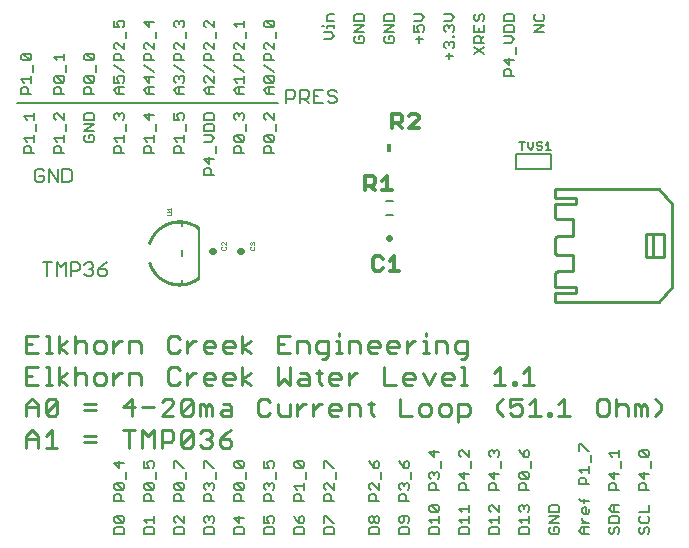
<source format=gto>
G75*
%MOIN*%
%OFA0B0*%
%FSLAX25Y25*%
%IPPOS*%
%LPD*%
%AMOC8*
5,1,8,0,0,1.08239X$1,22.5*
%
%ADD10C,0.01100*%
%ADD11C,0.00600*%
%ADD12C,0.01200*%
%ADD13C,0.01000*%
%ADD14R,0.01800X0.03000*%
%ADD15C,0.02200*%
%ADD16C,0.00080*%
%ADD17C,0.00800*%
%ADD18C,0.00200*%
%ADD19C,0.00500*%
%ADD20C,0.00100*%
D10*
X0012850Y0050050D02*
X0012850Y0053987D01*
X0014818Y0055955D01*
X0016787Y0053987D01*
X0016787Y0050050D01*
X0019295Y0050050D02*
X0023232Y0050050D01*
X0021264Y0050050D02*
X0021264Y0055955D01*
X0019295Y0053987D01*
X0016787Y0053003D02*
X0012850Y0053003D01*
X0012850Y0060550D02*
X0012850Y0064487D01*
X0014818Y0066455D01*
X0016787Y0064487D01*
X0016787Y0060550D01*
X0019295Y0061534D02*
X0023232Y0065471D01*
X0023232Y0061534D01*
X0022248Y0060550D01*
X0020280Y0060550D01*
X0019295Y0061534D01*
X0019295Y0065471D01*
X0020280Y0066455D01*
X0022248Y0066455D01*
X0023232Y0065471D01*
X0023592Y0071050D02*
X0023592Y0076955D01*
X0026545Y0074987D02*
X0023592Y0073018D01*
X0026545Y0071050D01*
X0028964Y0071050D02*
X0028964Y0076955D01*
X0029948Y0074987D02*
X0031916Y0074987D01*
X0032900Y0074003D01*
X0032900Y0071050D01*
X0035409Y0072034D02*
X0036393Y0071050D01*
X0038362Y0071050D01*
X0039346Y0072034D01*
X0039346Y0074003D01*
X0038362Y0074987D01*
X0036393Y0074987D01*
X0035409Y0074003D01*
X0035409Y0072034D01*
X0029948Y0074987D02*
X0028964Y0074003D01*
X0021264Y0071050D02*
X0019295Y0071050D01*
X0020280Y0071050D02*
X0020280Y0076955D01*
X0019295Y0076955D01*
X0016787Y0076955D02*
X0012850Y0076955D01*
X0012850Y0071050D01*
X0016787Y0071050D01*
X0014818Y0074003D02*
X0012850Y0074003D01*
X0012850Y0081550D02*
X0016787Y0081550D01*
X0019295Y0081550D02*
X0021264Y0081550D01*
X0020280Y0081550D02*
X0020280Y0087455D01*
X0019295Y0087455D01*
X0016787Y0087455D02*
X0012850Y0087455D01*
X0012850Y0081550D01*
X0012850Y0084503D02*
X0014818Y0084503D01*
X0023592Y0083518D02*
X0026545Y0085487D01*
X0028964Y0084503D02*
X0029948Y0085487D01*
X0031916Y0085487D01*
X0032900Y0084503D01*
X0032900Y0081550D01*
X0035409Y0082534D02*
X0035409Y0084503D01*
X0036393Y0085487D01*
X0038362Y0085487D01*
X0039346Y0084503D01*
X0039346Y0082534D01*
X0038362Y0081550D01*
X0036393Y0081550D01*
X0035409Y0082534D01*
X0028964Y0081550D02*
X0028964Y0087455D01*
X0023592Y0087455D02*
X0023592Y0081550D01*
X0023592Y0083518D02*
X0026545Y0081550D01*
X0041855Y0081550D02*
X0041855Y0085487D01*
X0043823Y0085487D02*
X0041855Y0083518D01*
X0043823Y0085487D02*
X0044807Y0085487D01*
X0047226Y0085487D02*
X0050179Y0085487D01*
X0051163Y0084503D01*
X0051163Y0081550D01*
X0047226Y0081550D02*
X0047226Y0085487D01*
X0047226Y0074987D02*
X0050179Y0074987D01*
X0051163Y0074003D01*
X0051163Y0071050D01*
X0047226Y0071050D02*
X0047226Y0074987D01*
X0044807Y0074987D02*
X0043823Y0074987D01*
X0041855Y0073018D01*
X0041855Y0071050D02*
X0041855Y0074987D01*
X0048030Y0066455D02*
X0045077Y0063503D01*
X0049014Y0063503D01*
X0051523Y0063503D02*
X0055460Y0063503D01*
X0057968Y0065471D02*
X0058953Y0066455D01*
X0060921Y0066455D01*
X0061905Y0065471D01*
X0061905Y0064487D01*
X0057968Y0060550D01*
X0061905Y0060550D01*
X0064414Y0061534D02*
X0068351Y0065471D01*
X0068351Y0061534D01*
X0067366Y0060550D01*
X0065398Y0060550D01*
X0064414Y0061534D01*
X0064414Y0065471D01*
X0065398Y0066455D01*
X0067366Y0066455D01*
X0068351Y0065471D01*
X0070859Y0064487D02*
X0071844Y0064487D01*
X0072828Y0063503D01*
X0073812Y0064487D01*
X0074796Y0063503D01*
X0074796Y0060550D01*
X0072828Y0060550D02*
X0072828Y0063503D01*
X0070859Y0064487D02*
X0070859Y0060550D01*
X0071844Y0055955D02*
X0073812Y0055955D01*
X0074796Y0054971D01*
X0074796Y0053987D01*
X0073812Y0053003D01*
X0074796Y0052018D01*
X0074796Y0051034D01*
X0073812Y0050050D01*
X0071844Y0050050D01*
X0070859Y0051034D01*
X0068351Y0051034D02*
X0067366Y0050050D01*
X0065398Y0050050D01*
X0064414Y0051034D01*
X0068351Y0054971D01*
X0068351Y0051034D01*
X0068351Y0054971D02*
X0067366Y0055955D01*
X0065398Y0055955D01*
X0064414Y0054971D01*
X0064414Y0051034D01*
X0061905Y0053003D02*
X0060921Y0052018D01*
X0057968Y0052018D01*
X0057968Y0050050D02*
X0057968Y0055955D01*
X0060921Y0055955D01*
X0061905Y0054971D01*
X0061905Y0053003D01*
X0055460Y0055955D02*
X0055460Y0050050D01*
X0051523Y0050050D02*
X0051523Y0055955D01*
X0053491Y0053987D01*
X0055460Y0055955D01*
X0049014Y0055955D02*
X0045077Y0055955D01*
X0047046Y0055955D02*
X0047046Y0050050D01*
X0048030Y0060550D02*
X0048030Y0066455D01*
X0036123Y0064487D02*
X0032186Y0064487D01*
X0032186Y0062518D02*
X0036123Y0062518D01*
X0036123Y0053987D02*
X0032186Y0053987D01*
X0032186Y0052018D02*
X0036123Y0052018D01*
X0016787Y0063503D02*
X0012850Y0063503D01*
X0060117Y0072034D02*
X0061101Y0071050D01*
X0063070Y0071050D01*
X0064054Y0072034D01*
X0066562Y0071050D02*
X0066562Y0074987D01*
X0066562Y0073018D02*
X0068531Y0074987D01*
X0069515Y0074987D01*
X0071934Y0074003D02*
X0072918Y0074987D01*
X0074886Y0074987D01*
X0075870Y0074003D01*
X0075870Y0073018D01*
X0071934Y0073018D01*
X0071934Y0072034D02*
X0071934Y0074003D01*
X0071934Y0072034D02*
X0072918Y0071050D01*
X0074886Y0071050D01*
X0078379Y0072034D02*
X0078379Y0074003D01*
X0079363Y0074987D01*
X0081332Y0074987D01*
X0082316Y0074003D01*
X0082316Y0073018D01*
X0078379Y0073018D01*
X0078379Y0072034D02*
X0079363Y0071050D01*
X0081332Y0071050D01*
X0084825Y0071050D02*
X0084825Y0076955D01*
X0087777Y0074987D02*
X0084825Y0073018D01*
X0087777Y0071050D01*
X0091180Y0066455D02*
X0090196Y0065471D01*
X0090196Y0061534D01*
X0091180Y0060550D01*
X0093148Y0060550D01*
X0094133Y0061534D01*
X0096641Y0061534D02*
X0096641Y0064487D01*
X0094133Y0065471D02*
X0093148Y0066455D01*
X0091180Y0066455D01*
X0096641Y0071050D02*
X0098610Y0073018D01*
X0100578Y0071050D01*
X0100578Y0076955D01*
X0096641Y0076955D02*
X0096641Y0071050D01*
X0103087Y0072034D02*
X0104071Y0073018D01*
X0107024Y0073018D01*
X0107024Y0074003D02*
X0107024Y0071050D01*
X0104071Y0071050D01*
X0103087Y0072034D01*
X0104071Y0074987D02*
X0106039Y0074987D01*
X0107024Y0074003D01*
X0109532Y0074987D02*
X0111501Y0074987D01*
X0110517Y0075971D02*
X0110517Y0072034D01*
X0111501Y0071050D01*
X0113829Y0072034D02*
X0113829Y0074003D01*
X0114814Y0074987D01*
X0116782Y0074987D01*
X0117766Y0074003D01*
X0117766Y0073018D01*
X0113829Y0073018D01*
X0113829Y0072034D02*
X0114814Y0071050D01*
X0116782Y0071050D01*
X0120275Y0071050D02*
X0120275Y0074987D01*
X0122243Y0074987D02*
X0120275Y0073018D01*
X0122243Y0074987D02*
X0123227Y0074987D01*
X0124212Y0081550D02*
X0124212Y0084503D01*
X0123227Y0085487D01*
X0120275Y0085487D01*
X0120275Y0081550D01*
X0117946Y0081550D02*
X0115978Y0081550D01*
X0116962Y0081550D02*
X0116962Y0085487D01*
X0115978Y0085487D01*
X0116962Y0087455D02*
X0116962Y0088439D01*
X0113469Y0085487D02*
X0110517Y0085487D01*
X0109532Y0084503D01*
X0109532Y0082534D01*
X0110517Y0081550D01*
X0113469Y0081550D01*
X0113469Y0080566D02*
X0113469Y0085487D01*
X0113469Y0080566D02*
X0112485Y0079582D01*
X0111501Y0079582D01*
X0107024Y0081550D02*
X0107024Y0084503D01*
X0106039Y0085487D01*
X0103087Y0085487D01*
X0103087Y0081550D01*
X0100578Y0081550D02*
X0096641Y0081550D01*
X0096641Y0087455D01*
X0100578Y0087455D01*
X0098610Y0084503D02*
X0096641Y0084503D01*
X0087777Y0085487D02*
X0084825Y0083518D01*
X0087777Y0081550D01*
X0084825Y0081550D02*
X0084825Y0087455D01*
X0082316Y0084503D02*
X0081332Y0085487D01*
X0079363Y0085487D01*
X0078379Y0084503D01*
X0078379Y0082534D01*
X0079363Y0081550D01*
X0081332Y0081550D01*
X0082316Y0083518D02*
X0078379Y0083518D01*
X0075870Y0083518D02*
X0071934Y0083518D01*
X0071934Y0082534D02*
X0071934Y0084503D01*
X0072918Y0085487D01*
X0074886Y0085487D01*
X0075870Y0084503D01*
X0075870Y0083518D01*
X0074886Y0081550D02*
X0072918Y0081550D01*
X0071934Y0082534D01*
X0069515Y0085487D02*
X0068531Y0085487D01*
X0066562Y0083518D01*
X0066562Y0081550D02*
X0066562Y0085487D01*
X0064054Y0086471D02*
X0063070Y0087455D01*
X0061101Y0087455D01*
X0060117Y0086471D01*
X0060117Y0082534D01*
X0061101Y0081550D01*
X0063070Y0081550D01*
X0064054Y0082534D01*
X0063070Y0076955D02*
X0061101Y0076955D01*
X0060117Y0075971D01*
X0060117Y0072034D01*
X0064054Y0075971D02*
X0063070Y0076955D01*
X0078289Y0064487D02*
X0080257Y0064487D01*
X0081242Y0063503D01*
X0081242Y0060550D01*
X0078289Y0060550D01*
X0077305Y0061534D01*
X0078289Y0062518D01*
X0081242Y0062518D01*
X0081242Y0055955D02*
X0079273Y0054971D01*
X0077305Y0053003D01*
X0080257Y0053003D01*
X0081242Y0052018D01*
X0081242Y0051034D01*
X0080257Y0050050D01*
X0078289Y0050050D01*
X0077305Y0051034D01*
X0077305Y0053003D01*
X0073812Y0053003D02*
X0072828Y0053003D01*
X0070859Y0054971D02*
X0071844Y0055955D01*
X0096641Y0061534D02*
X0097626Y0060550D01*
X0100578Y0060550D01*
X0100578Y0064487D01*
X0103087Y0064487D02*
X0103087Y0060550D01*
X0103087Y0062518D02*
X0105055Y0064487D01*
X0106039Y0064487D01*
X0108458Y0064487D02*
X0108458Y0060550D01*
X0108458Y0062518D02*
X0110427Y0064487D01*
X0111411Y0064487D01*
X0113829Y0063503D02*
X0114814Y0064487D01*
X0116782Y0064487D01*
X0117766Y0063503D01*
X0117766Y0062518D01*
X0113829Y0062518D01*
X0113829Y0061534D02*
X0113829Y0063503D01*
X0113829Y0061534D02*
X0114814Y0060550D01*
X0116782Y0060550D01*
X0120275Y0060550D02*
X0120275Y0064487D01*
X0123227Y0064487D01*
X0124212Y0063503D01*
X0124212Y0060550D01*
X0127705Y0061534D02*
X0127705Y0065471D01*
X0128689Y0064487D02*
X0126720Y0064487D01*
X0127705Y0061534D02*
X0128689Y0060550D01*
X0137463Y0060550D02*
X0141400Y0060550D01*
X0143908Y0061534D02*
X0144893Y0060550D01*
X0146861Y0060550D01*
X0147845Y0061534D01*
X0147845Y0063503D01*
X0146861Y0064487D01*
X0144893Y0064487D01*
X0143908Y0063503D01*
X0143908Y0061534D01*
X0150354Y0061534D02*
X0151338Y0060550D01*
X0153306Y0060550D01*
X0154291Y0061534D01*
X0154291Y0063503D01*
X0153306Y0064487D01*
X0151338Y0064487D01*
X0150354Y0063503D01*
X0150354Y0061534D01*
X0156799Y0060550D02*
X0159752Y0060550D01*
X0160736Y0061534D01*
X0160736Y0063503D01*
X0159752Y0064487D01*
X0156799Y0064487D01*
X0156799Y0058582D01*
X0157874Y0071050D02*
X0159842Y0071050D01*
X0158858Y0071050D02*
X0158858Y0076955D01*
X0157874Y0076955D01*
X0157694Y0079582D02*
X0158678Y0079582D01*
X0159662Y0080566D01*
X0159662Y0085487D01*
X0156709Y0085487D01*
X0155725Y0084503D01*
X0155725Y0082534D01*
X0156709Y0081550D01*
X0159662Y0081550D01*
X0153216Y0081550D02*
X0153216Y0084503D01*
X0152232Y0085487D01*
X0149280Y0085487D01*
X0149280Y0081550D01*
X0146951Y0081550D02*
X0144983Y0081550D01*
X0145967Y0081550D02*
X0145967Y0085487D01*
X0144983Y0085487D01*
X0145967Y0087455D02*
X0145967Y0088439D01*
X0142564Y0085487D02*
X0141580Y0085487D01*
X0139611Y0083518D01*
X0139611Y0081550D02*
X0139611Y0085487D01*
X0137103Y0084503D02*
X0137103Y0083518D01*
X0133166Y0083518D01*
X0133166Y0082534D02*
X0133166Y0084503D01*
X0134150Y0085487D01*
X0136118Y0085487D01*
X0137103Y0084503D01*
X0136118Y0081550D02*
X0134150Y0081550D01*
X0133166Y0082534D01*
X0130657Y0083518D02*
X0126720Y0083518D01*
X0126720Y0082534D02*
X0126720Y0084503D01*
X0127705Y0085487D01*
X0129673Y0085487D01*
X0130657Y0084503D01*
X0130657Y0083518D01*
X0129673Y0081550D02*
X0127705Y0081550D01*
X0126720Y0082534D01*
X0132092Y0076955D02*
X0132092Y0071050D01*
X0136028Y0071050D01*
X0138537Y0072034D02*
X0139521Y0071050D01*
X0141490Y0071050D01*
X0142474Y0073018D02*
X0138537Y0073018D01*
X0138537Y0072034D02*
X0138537Y0074003D01*
X0139521Y0074987D01*
X0141490Y0074987D01*
X0142474Y0074003D01*
X0142474Y0073018D01*
X0144983Y0074987D02*
X0146951Y0071050D01*
X0148919Y0074987D01*
X0151428Y0074003D02*
X0152412Y0074987D01*
X0154381Y0074987D01*
X0155365Y0074003D01*
X0155365Y0073018D01*
X0151428Y0073018D01*
X0151428Y0072034D02*
X0151428Y0074003D01*
X0151428Y0072034D02*
X0152412Y0071050D01*
X0154381Y0071050D01*
X0168616Y0071050D02*
X0172553Y0071050D01*
X0170585Y0071050D02*
X0170585Y0076955D01*
X0168616Y0074987D01*
X0175062Y0072034D02*
X0175062Y0071050D01*
X0176046Y0071050D01*
X0176046Y0072034D01*
X0175062Y0072034D01*
X0178284Y0071050D02*
X0182221Y0071050D01*
X0180253Y0071050D02*
X0180253Y0076955D01*
X0178284Y0074987D01*
X0177924Y0066455D02*
X0173987Y0066455D01*
X0173987Y0063503D01*
X0175956Y0064487D01*
X0176940Y0064487D01*
X0177924Y0063503D01*
X0177924Y0061534D01*
X0176940Y0060550D01*
X0174972Y0060550D01*
X0173987Y0061534D01*
X0171659Y0060550D02*
X0169690Y0062518D01*
X0169690Y0064487D01*
X0171659Y0066455D01*
X0180433Y0064487D02*
X0182401Y0066455D01*
X0182401Y0060550D01*
X0180433Y0060550D02*
X0184370Y0060550D01*
X0186878Y0060550D02*
X0187863Y0060550D01*
X0187863Y0061534D01*
X0186878Y0061534D01*
X0186878Y0060550D01*
X0190101Y0060550D02*
X0194038Y0060550D01*
X0192070Y0060550D02*
X0192070Y0066455D01*
X0190101Y0064487D01*
X0202992Y0065471D02*
X0202992Y0061534D01*
X0203976Y0060550D01*
X0205945Y0060550D01*
X0206929Y0061534D01*
X0206929Y0065471D01*
X0205945Y0066455D01*
X0203976Y0066455D01*
X0202992Y0065471D01*
X0209438Y0066455D02*
X0209438Y0060550D01*
X0209438Y0063503D02*
X0210422Y0064487D01*
X0212390Y0064487D01*
X0213374Y0063503D01*
X0213374Y0060550D01*
X0215883Y0060550D02*
X0215883Y0064487D01*
X0216867Y0064487D01*
X0217852Y0063503D01*
X0218836Y0064487D01*
X0219820Y0063503D01*
X0219820Y0060550D01*
X0217852Y0060550D02*
X0217852Y0063503D01*
X0222329Y0066455D02*
X0224297Y0064487D01*
X0224297Y0062518D01*
X0222329Y0060550D01*
X0137463Y0060550D02*
X0137463Y0066455D01*
X0082316Y0083518D02*
X0082316Y0084503D01*
D11*
X0042097Y0023001D02*
X0042097Y0021300D01*
X0045500Y0021300D01*
X0045500Y0023001D01*
X0044933Y0023569D01*
X0042664Y0023569D01*
X0042097Y0023001D01*
X0042664Y0024983D02*
X0042097Y0025550D01*
X0042097Y0026685D01*
X0042664Y0027252D01*
X0044933Y0024983D01*
X0045500Y0025550D01*
X0045500Y0026685D01*
X0044933Y0027252D01*
X0042664Y0027252D01*
X0042664Y0024983D02*
X0044933Y0024983D01*
X0052097Y0026117D02*
X0055500Y0026117D01*
X0055500Y0024983D02*
X0055500Y0027252D01*
X0053231Y0024983D02*
X0052097Y0026117D01*
X0052664Y0023569D02*
X0052097Y0023001D01*
X0052097Y0021300D01*
X0055500Y0021300D01*
X0055500Y0023001D01*
X0054933Y0023569D01*
X0052664Y0023569D01*
X0052097Y0032349D02*
X0052097Y0034051D01*
X0052664Y0034618D01*
X0053799Y0034618D01*
X0054366Y0034051D01*
X0054366Y0032349D01*
X0055500Y0032349D02*
X0052097Y0032349D01*
X0052664Y0036033D02*
X0052097Y0036600D01*
X0052097Y0037734D01*
X0052664Y0038301D01*
X0054933Y0036033D01*
X0055500Y0036600D01*
X0055500Y0037734D01*
X0054933Y0038301D01*
X0052664Y0038301D01*
X0052664Y0036033D02*
X0054933Y0036033D01*
X0056067Y0039716D02*
X0056067Y0041984D01*
X0054933Y0043399D02*
X0055500Y0043966D01*
X0055500Y0045100D01*
X0054933Y0045667D01*
X0053799Y0045667D01*
X0053231Y0045100D01*
X0053231Y0044533D01*
X0053799Y0043399D01*
X0052097Y0043399D01*
X0052097Y0045667D01*
X0045500Y0045100D02*
X0042097Y0045100D01*
X0043799Y0043399D01*
X0043799Y0045667D01*
X0046067Y0041984D02*
X0046067Y0039716D01*
X0044933Y0038301D02*
X0045500Y0037734D01*
X0045500Y0036600D01*
X0044933Y0036033D01*
X0042664Y0038301D01*
X0044933Y0038301D01*
X0044933Y0036033D02*
X0042664Y0036033D01*
X0042097Y0036600D01*
X0042097Y0037734D01*
X0042664Y0038301D01*
X0042664Y0034618D02*
X0043799Y0034618D01*
X0044366Y0034051D01*
X0044366Y0032349D01*
X0045500Y0032349D02*
X0042097Y0032349D01*
X0042097Y0034051D01*
X0042664Y0034618D01*
X0062097Y0034051D02*
X0062097Y0032349D01*
X0065500Y0032349D01*
X0064366Y0032349D02*
X0064366Y0034051D01*
X0063799Y0034618D01*
X0062664Y0034618D01*
X0062097Y0034051D01*
X0062664Y0036033D02*
X0062097Y0036600D01*
X0062097Y0037734D01*
X0062664Y0038301D01*
X0064933Y0036033D01*
X0065500Y0036600D01*
X0065500Y0037734D01*
X0064933Y0038301D01*
X0062664Y0038301D01*
X0062664Y0036033D02*
X0064933Y0036033D01*
X0066067Y0039716D02*
X0066067Y0041984D01*
X0065500Y0043399D02*
X0064933Y0043399D01*
X0062664Y0045667D01*
X0062097Y0045667D01*
X0062097Y0043399D01*
X0072097Y0043399D02*
X0072097Y0045667D01*
X0072664Y0045667D01*
X0074933Y0043399D01*
X0075500Y0043399D01*
X0076067Y0041984D02*
X0076067Y0039716D01*
X0074933Y0038301D02*
X0075500Y0037734D01*
X0075500Y0036600D01*
X0074933Y0036033D01*
X0073799Y0037167D02*
X0073799Y0037734D01*
X0074366Y0038301D01*
X0074933Y0038301D01*
X0073799Y0037734D02*
X0073231Y0038301D01*
X0072664Y0038301D01*
X0072097Y0037734D01*
X0072097Y0036600D01*
X0072664Y0036033D01*
X0072664Y0034618D02*
X0073799Y0034618D01*
X0074366Y0034051D01*
X0074366Y0032349D01*
X0075500Y0032349D02*
X0072097Y0032349D01*
X0072097Y0034051D01*
X0072664Y0034618D01*
X0072664Y0027252D02*
X0073231Y0027252D01*
X0073799Y0026685D01*
X0074366Y0027252D01*
X0074933Y0027252D01*
X0075500Y0026685D01*
X0075500Y0025550D01*
X0074933Y0024983D01*
X0074933Y0023569D02*
X0072664Y0023569D01*
X0072097Y0023001D01*
X0072097Y0021300D01*
X0075500Y0021300D01*
X0075500Y0023001D01*
X0074933Y0023569D01*
X0072664Y0024983D02*
X0072097Y0025550D01*
X0072097Y0026685D01*
X0072664Y0027252D01*
X0073799Y0026685D02*
X0073799Y0026117D01*
X0082097Y0026685D02*
X0083799Y0024983D01*
X0083799Y0027252D01*
X0085500Y0026685D02*
X0082097Y0026685D01*
X0082664Y0023569D02*
X0082097Y0023001D01*
X0082097Y0021300D01*
X0085500Y0021300D01*
X0085500Y0023001D01*
X0084933Y0023569D01*
X0082664Y0023569D01*
X0082097Y0032349D02*
X0082097Y0034051D01*
X0082664Y0034618D01*
X0083799Y0034618D01*
X0084366Y0034051D01*
X0084366Y0032349D01*
X0085500Y0032349D02*
X0082097Y0032349D01*
X0082664Y0036033D02*
X0082097Y0036600D01*
X0082097Y0037734D01*
X0082664Y0038301D01*
X0084933Y0036033D01*
X0085500Y0036600D01*
X0085500Y0037734D01*
X0084933Y0038301D01*
X0082664Y0038301D01*
X0082664Y0036033D02*
X0084933Y0036033D01*
X0086067Y0039716D02*
X0086067Y0041984D01*
X0084933Y0043399D02*
X0082664Y0045667D01*
X0084933Y0045667D01*
X0085500Y0045100D01*
X0085500Y0043966D01*
X0084933Y0043399D01*
X0082664Y0043399D01*
X0082097Y0043966D01*
X0082097Y0045100D01*
X0082664Y0045667D01*
X0092097Y0045667D02*
X0092097Y0043399D01*
X0093799Y0043399D01*
X0093231Y0044533D01*
X0093231Y0045100D01*
X0093799Y0045667D01*
X0094933Y0045667D01*
X0095500Y0045100D01*
X0095500Y0043966D01*
X0094933Y0043399D01*
X0096067Y0041984D02*
X0096067Y0039716D01*
X0094933Y0038301D02*
X0095500Y0037734D01*
X0095500Y0036600D01*
X0094933Y0036033D01*
X0093799Y0037167D02*
X0093799Y0037734D01*
X0094366Y0038301D01*
X0094933Y0038301D01*
X0093799Y0037734D02*
X0093231Y0038301D01*
X0092664Y0038301D01*
X0092097Y0037734D01*
X0092097Y0036600D01*
X0092664Y0036033D01*
X0092664Y0034618D02*
X0092097Y0034051D01*
X0092097Y0032349D01*
X0095500Y0032349D01*
X0094366Y0032349D02*
X0094366Y0034051D01*
X0093799Y0034618D01*
X0092664Y0034618D01*
X0092097Y0027252D02*
X0092097Y0024983D01*
X0093799Y0024983D01*
X0093231Y0026117D01*
X0093231Y0026685D01*
X0093799Y0027252D01*
X0094933Y0027252D01*
X0095500Y0026685D01*
X0095500Y0025550D01*
X0094933Y0024983D01*
X0094933Y0023569D02*
X0092664Y0023569D01*
X0092097Y0023001D01*
X0092097Y0021300D01*
X0095500Y0021300D01*
X0095500Y0023001D01*
X0094933Y0023569D01*
X0102097Y0023001D02*
X0102097Y0021300D01*
X0105500Y0021300D01*
X0105500Y0023001D01*
X0104933Y0023569D01*
X0102664Y0023569D01*
X0102097Y0023001D01*
X0103799Y0024983D02*
X0103799Y0026685D01*
X0104366Y0027252D01*
X0104933Y0027252D01*
X0105500Y0026685D01*
X0105500Y0025550D01*
X0104933Y0024983D01*
X0103799Y0024983D01*
X0102664Y0026117D01*
X0102097Y0027252D01*
X0102097Y0032349D02*
X0102097Y0034051D01*
X0102664Y0034618D01*
X0103799Y0034618D01*
X0104366Y0034051D01*
X0104366Y0032349D01*
X0105500Y0032349D02*
X0102097Y0032349D01*
X0103231Y0036033D02*
X0102097Y0037167D01*
X0105500Y0037167D01*
X0105500Y0036033D02*
X0105500Y0038301D01*
X0106067Y0039716D02*
X0106067Y0041984D01*
X0104933Y0043399D02*
X0102664Y0043399D01*
X0102097Y0043966D01*
X0102097Y0045100D01*
X0102664Y0045667D01*
X0104933Y0043399D01*
X0105500Y0043966D01*
X0105500Y0045100D01*
X0104933Y0045667D01*
X0102664Y0045667D01*
X0112097Y0045667D02*
X0112097Y0043399D01*
X0112097Y0045667D02*
X0112664Y0045667D01*
X0114933Y0043399D01*
X0115500Y0043399D01*
X0116067Y0041984D02*
X0116067Y0039716D01*
X0115500Y0038301D02*
X0115500Y0036033D01*
X0113231Y0038301D01*
X0112664Y0038301D01*
X0112097Y0037734D01*
X0112097Y0036600D01*
X0112664Y0036033D01*
X0112664Y0034618D02*
X0113799Y0034618D01*
X0114366Y0034051D01*
X0114366Y0032349D01*
X0115500Y0032349D02*
X0112097Y0032349D01*
X0112097Y0034051D01*
X0112664Y0034618D01*
X0112664Y0027252D02*
X0114933Y0024983D01*
X0115500Y0024983D01*
X0114933Y0023569D02*
X0115500Y0023001D01*
X0115500Y0021300D01*
X0112097Y0021300D01*
X0112097Y0023001D01*
X0112664Y0023569D01*
X0114933Y0023569D01*
X0112097Y0024983D02*
X0112097Y0027252D01*
X0112664Y0027252D01*
X0127097Y0026685D02*
X0127664Y0027252D01*
X0128231Y0027252D01*
X0128799Y0026685D01*
X0128799Y0025550D01*
X0128231Y0024983D01*
X0127664Y0024983D01*
X0127097Y0025550D01*
X0127097Y0026685D01*
X0128799Y0026685D02*
X0129366Y0027252D01*
X0129933Y0027252D01*
X0130500Y0026685D01*
X0130500Y0025550D01*
X0129933Y0024983D01*
X0129366Y0024983D01*
X0128799Y0025550D01*
X0129933Y0023569D02*
X0127664Y0023569D01*
X0127097Y0023001D01*
X0127097Y0021300D01*
X0130500Y0021300D01*
X0130500Y0023001D01*
X0129933Y0023569D01*
X0137097Y0023001D02*
X0137097Y0021300D01*
X0140500Y0021300D01*
X0140500Y0023001D01*
X0139933Y0023569D01*
X0137664Y0023569D01*
X0137097Y0023001D01*
X0137664Y0024983D02*
X0138231Y0024983D01*
X0138799Y0025550D01*
X0138799Y0027252D01*
X0139933Y0027252D02*
X0137664Y0027252D01*
X0137097Y0026685D01*
X0137097Y0025550D01*
X0137664Y0024983D01*
X0139933Y0024983D02*
X0140500Y0025550D01*
X0140500Y0026685D01*
X0139933Y0027252D01*
X0140500Y0032349D02*
X0137097Y0032349D01*
X0137097Y0034051D01*
X0137664Y0034618D01*
X0138799Y0034618D01*
X0139366Y0034051D01*
X0139366Y0032349D01*
X0139933Y0036033D02*
X0140500Y0036600D01*
X0140500Y0037734D01*
X0139933Y0038301D01*
X0139366Y0038301D01*
X0138799Y0037734D01*
X0138799Y0037167D01*
X0138799Y0037734D02*
X0138231Y0038301D01*
X0137664Y0038301D01*
X0137097Y0037734D01*
X0137097Y0036600D01*
X0137664Y0036033D01*
X0141067Y0039716D02*
X0141067Y0041984D01*
X0139933Y0043399D02*
X0140500Y0043966D01*
X0140500Y0045100D01*
X0139933Y0045667D01*
X0139366Y0045667D01*
X0138799Y0045100D01*
X0138799Y0043399D01*
X0139933Y0043399D01*
X0138799Y0043399D02*
X0137664Y0044533D01*
X0137097Y0045667D01*
X0130500Y0045100D02*
X0130500Y0043966D01*
X0129933Y0043399D01*
X0128799Y0043399D01*
X0128799Y0045100D01*
X0129366Y0045667D01*
X0129933Y0045667D01*
X0130500Y0045100D01*
X0128799Y0043399D02*
X0127664Y0044533D01*
X0127097Y0045667D01*
X0131067Y0041984D02*
X0131067Y0039716D01*
X0130500Y0038301D02*
X0130500Y0036033D01*
X0128231Y0038301D01*
X0127664Y0038301D01*
X0127097Y0037734D01*
X0127097Y0036600D01*
X0127664Y0036033D01*
X0127664Y0034618D02*
X0128799Y0034618D01*
X0129366Y0034051D01*
X0129366Y0032349D01*
X0130500Y0032349D02*
X0127097Y0032349D01*
X0127097Y0034051D01*
X0127664Y0034618D01*
X0147097Y0036033D02*
X0147097Y0037734D01*
X0147664Y0038301D01*
X0148799Y0038301D01*
X0149366Y0037734D01*
X0149366Y0036033D01*
X0150500Y0036033D02*
X0147097Y0036033D01*
X0147664Y0039716D02*
X0147097Y0040283D01*
X0147097Y0041417D01*
X0147664Y0041984D01*
X0148231Y0041984D01*
X0148799Y0041417D01*
X0149366Y0041984D01*
X0149933Y0041984D01*
X0150500Y0041417D01*
X0150500Y0040283D01*
X0149933Y0039716D01*
X0148799Y0040850D02*
X0148799Y0041417D01*
X0151067Y0043399D02*
X0151067Y0045667D01*
X0148799Y0047082D02*
X0148799Y0049351D01*
X0150500Y0048783D02*
X0147097Y0048783D01*
X0148799Y0047082D01*
X0157097Y0047649D02*
X0157664Y0047082D01*
X0157097Y0047649D02*
X0157097Y0048783D01*
X0157664Y0049351D01*
X0158231Y0049351D01*
X0160500Y0047082D01*
X0160500Y0049351D01*
X0161067Y0045667D02*
X0161067Y0043399D01*
X0160500Y0041417D02*
X0157097Y0041417D01*
X0158799Y0039716D01*
X0158799Y0041984D01*
X0158799Y0038301D02*
X0159366Y0037734D01*
X0159366Y0036033D01*
X0160500Y0036033D02*
X0157097Y0036033D01*
X0157097Y0037734D01*
X0157664Y0038301D01*
X0158799Y0038301D01*
X0160500Y0030935D02*
X0160500Y0028666D01*
X0160500Y0029801D02*
X0157097Y0029801D01*
X0158231Y0028666D01*
X0160500Y0027252D02*
X0160500Y0024983D01*
X0160500Y0026117D02*
X0157097Y0026117D01*
X0158231Y0024983D01*
X0157664Y0023569D02*
X0157097Y0023001D01*
X0157097Y0021300D01*
X0160500Y0021300D01*
X0160500Y0023001D01*
X0159933Y0023569D01*
X0157664Y0023569D01*
X0150500Y0023001D02*
X0149933Y0023569D01*
X0147664Y0023569D01*
X0147097Y0023001D01*
X0147097Y0021300D01*
X0150500Y0021300D01*
X0150500Y0023001D01*
X0150500Y0024983D02*
X0150500Y0027252D01*
X0150500Y0026117D02*
X0147097Y0026117D01*
X0148231Y0024983D01*
X0147664Y0028666D02*
X0147097Y0029233D01*
X0147097Y0030368D01*
X0147664Y0030935D01*
X0149933Y0028666D01*
X0150500Y0029233D01*
X0150500Y0030368D01*
X0149933Y0030935D01*
X0147664Y0030935D01*
X0147664Y0028666D02*
X0149933Y0028666D01*
X0167097Y0029233D02*
X0167664Y0028666D01*
X0167097Y0029233D02*
X0167097Y0030368D01*
X0167664Y0030935D01*
X0168231Y0030935D01*
X0170500Y0028666D01*
X0170500Y0030935D01*
X0170500Y0027252D02*
X0170500Y0024983D01*
X0170500Y0026117D02*
X0167097Y0026117D01*
X0168231Y0024983D01*
X0167664Y0023569D02*
X0167097Y0023001D01*
X0167097Y0021300D01*
X0170500Y0021300D01*
X0170500Y0023001D01*
X0169933Y0023569D01*
X0167664Y0023569D01*
X0177097Y0023001D02*
X0177097Y0021300D01*
X0180500Y0021300D01*
X0180500Y0023001D01*
X0179933Y0023569D01*
X0177664Y0023569D01*
X0177097Y0023001D01*
X0178231Y0024983D02*
X0177097Y0026117D01*
X0180500Y0026117D01*
X0180500Y0024983D02*
X0180500Y0027252D01*
X0179933Y0028666D02*
X0180500Y0029233D01*
X0180500Y0030368D01*
X0179933Y0030935D01*
X0179366Y0030935D01*
X0178799Y0030368D01*
X0178799Y0029801D01*
X0178799Y0030368D02*
X0178231Y0030935D01*
X0177664Y0030935D01*
X0177097Y0030368D01*
X0177097Y0029233D01*
X0177664Y0028666D01*
X0177097Y0036033D02*
X0177097Y0037734D01*
X0177664Y0038301D01*
X0178799Y0038301D01*
X0179366Y0037734D01*
X0179366Y0036033D01*
X0180500Y0036033D02*
X0177097Y0036033D01*
X0177664Y0039716D02*
X0177097Y0040283D01*
X0177097Y0041417D01*
X0177664Y0041984D01*
X0179933Y0039716D01*
X0180500Y0040283D01*
X0180500Y0041417D01*
X0179933Y0041984D01*
X0177664Y0041984D01*
X0177664Y0039716D02*
X0179933Y0039716D01*
X0181067Y0043399D02*
X0181067Y0045667D01*
X0179933Y0047082D02*
X0178799Y0047082D01*
X0178799Y0048783D01*
X0179366Y0049351D01*
X0179933Y0049351D01*
X0180500Y0048783D01*
X0180500Y0047649D01*
X0179933Y0047082D01*
X0178799Y0047082D02*
X0177664Y0048216D01*
X0177097Y0049351D01*
X0171067Y0045667D02*
X0171067Y0043399D01*
X0170500Y0041417D02*
X0167097Y0041417D01*
X0168799Y0039716D01*
X0168799Y0041984D01*
X0168799Y0038301D02*
X0167664Y0038301D01*
X0167097Y0037734D01*
X0167097Y0036033D01*
X0170500Y0036033D01*
X0169366Y0036033D02*
X0169366Y0037734D01*
X0168799Y0038301D01*
X0169933Y0047082D02*
X0170500Y0047649D01*
X0170500Y0048783D01*
X0169933Y0049351D01*
X0169366Y0049351D01*
X0168799Y0048783D01*
X0168799Y0048216D01*
X0168799Y0048783D02*
X0168231Y0049351D01*
X0167664Y0049351D01*
X0167097Y0048783D01*
X0167097Y0047649D01*
X0167664Y0047082D01*
X0187097Y0030368D02*
X0187097Y0028666D01*
X0190500Y0028666D01*
X0190500Y0030368D01*
X0189933Y0030935D01*
X0187664Y0030935D01*
X0187097Y0030368D01*
X0187097Y0027252D02*
X0190500Y0027252D01*
X0187097Y0024983D01*
X0190500Y0024983D01*
X0189933Y0023569D02*
X0188799Y0023569D01*
X0188799Y0022434D01*
X0189933Y0021300D02*
X0187664Y0021300D01*
X0187097Y0021867D01*
X0187097Y0023001D01*
X0187664Y0023569D01*
X0189933Y0023569D02*
X0190500Y0023001D01*
X0190500Y0021867D01*
X0189933Y0021300D01*
X0197097Y0022434D02*
X0198231Y0023569D01*
X0200500Y0023569D01*
X0200500Y0024983D02*
X0198231Y0024983D01*
X0198231Y0026117D02*
X0198231Y0026685D01*
X0198231Y0026117D02*
X0199366Y0024983D01*
X0198799Y0023569D02*
X0198799Y0021300D01*
X0198231Y0021300D02*
X0200500Y0021300D01*
X0198231Y0021300D02*
X0197097Y0022434D01*
X0198799Y0028052D02*
X0198231Y0028620D01*
X0198231Y0029754D01*
X0198799Y0030321D01*
X0199366Y0030321D01*
X0199366Y0028052D01*
X0199933Y0028052D02*
X0198799Y0028052D01*
X0199933Y0028052D02*
X0200500Y0028620D01*
X0200500Y0029754D01*
X0200500Y0032303D02*
X0197664Y0032303D01*
X0197097Y0032870D01*
X0198799Y0032870D02*
X0198799Y0031736D01*
X0199366Y0037874D02*
X0199366Y0039576D01*
X0198799Y0040143D01*
X0197664Y0040143D01*
X0197097Y0039576D01*
X0197097Y0037874D01*
X0200500Y0037874D01*
X0200500Y0041557D02*
X0200500Y0043826D01*
X0200500Y0042692D02*
X0197097Y0042692D01*
X0198231Y0041557D01*
X0201067Y0045240D02*
X0201067Y0047509D01*
X0200500Y0048924D02*
X0199933Y0048924D01*
X0197664Y0051192D01*
X0197097Y0051192D01*
X0197097Y0048924D01*
X0207097Y0048216D02*
X0210500Y0048216D01*
X0210500Y0047082D02*
X0210500Y0049351D01*
X0208231Y0047082D02*
X0207097Y0048216D01*
X0211067Y0045667D02*
X0211067Y0043399D01*
X0210500Y0041417D02*
X0207097Y0041417D01*
X0208799Y0039716D01*
X0208799Y0041984D01*
X0208799Y0038301D02*
X0209366Y0037734D01*
X0209366Y0036033D01*
X0210500Y0036033D02*
X0207097Y0036033D01*
X0207097Y0037734D01*
X0207664Y0038301D01*
X0208799Y0038301D01*
X0208799Y0030935D02*
X0208799Y0028666D01*
X0208231Y0028666D02*
X0207097Y0029801D01*
X0208231Y0030935D01*
X0210500Y0030935D01*
X0210500Y0028666D02*
X0208231Y0028666D01*
X0207664Y0027252D02*
X0207097Y0026685D01*
X0207097Y0024983D01*
X0210500Y0024983D01*
X0210500Y0026685D01*
X0209933Y0027252D01*
X0207664Y0027252D01*
X0207664Y0023569D02*
X0207097Y0023001D01*
X0207097Y0021867D01*
X0207664Y0021300D01*
X0208231Y0021300D01*
X0208799Y0021867D01*
X0208799Y0023001D01*
X0209366Y0023569D01*
X0209933Y0023569D01*
X0210500Y0023001D01*
X0210500Y0021867D01*
X0209933Y0021300D01*
X0217097Y0021867D02*
X0217664Y0021300D01*
X0218231Y0021300D01*
X0218799Y0021867D01*
X0218799Y0023001D01*
X0219366Y0023569D01*
X0219933Y0023569D01*
X0220500Y0023001D01*
X0220500Y0021867D01*
X0219933Y0021300D01*
X0217097Y0021867D02*
X0217097Y0023001D01*
X0217664Y0023569D01*
X0217664Y0024983D02*
X0219933Y0024983D01*
X0220500Y0025550D01*
X0220500Y0026685D01*
X0219933Y0027252D01*
X0220500Y0028666D02*
X0217097Y0028666D01*
X0217664Y0027252D02*
X0217097Y0026685D01*
X0217097Y0025550D01*
X0217664Y0024983D01*
X0220500Y0028666D02*
X0220500Y0030935D01*
X0220500Y0036033D02*
X0217097Y0036033D01*
X0217097Y0037734D01*
X0217664Y0038301D01*
X0218799Y0038301D01*
X0219366Y0037734D01*
X0219366Y0036033D01*
X0218799Y0039716D02*
X0218799Y0041984D01*
X0220500Y0041417D02*
X0217097Y0041417D01*
X0218799Y0039716D01*
X0221067Y0043399D02*
X0221067Y0045667D01*
X0219933Y0047082D02*
X0217664Y0047082D01*
X0217097Y0047649D01*
X0217097Y0048783D01*
X0217664Y0049351D01*
X0219933Y0047082D01*
X0220500Y0047649D01*
X0220500Y0048783D01*
X0219933Y0049351D01*
X0217664Y0049351D01*
X0134981Y0127638D02*
X0132619Y0127638D01*
X0132619Y0132362D02*
X0134981Y0132362D01*
X0095500Y0148367D02*
X0092097Y0148367D01*
X0092097Y0150069D01*
X0092664Y0150636D01*
X0093799Y0150636D01*
X0094366Y0150069D01*
X0094366Y0148367D01*
X0094933Y0152051D02*
X0092664Y0152051D01*
X0092097Y0152618D01*
X0092097Y0153752D01*
X0092664Y0154319D01*
X0094933Y0152051D01*
X0095500Y0152618D01*
X0095500Y0153752D01*
X0094933Y0154319D01*
X0092664Y0154319D01*
X0096067Y0155734D02*
X0096067Y0158002D01*
X0095500Y0159417D02*
X0093231Y0161685D01*
X0092664Y0161685D01*
X0092097Y0161118D01*
X0092097Y0159984D01*
X0092664Y0159417D01*
X0095500Y0159417D02*
X0095500Y0161685D01*
X0095500Y0168100D02*
X0093231Y0168100D01*
X0092097Y0169234D01*
X0093231Y0170369D01*
X0095500Y0170369D01*
X0094933Y0171783D02*
X0092664Y0171783D01*
X0092097Y0172350D01*
X0092097Y0173485D01*
X0092664Y0174052D01*
X0094933Y0171783D01*
X0095500Y0172350D01*
X0095500Y0173485D01*
X0094933Y0174052D01*
X0092664Y0174052D01*
X0095500Y0175466D02*
X0092097Y0177735D01*
X0092097Y0179149D02*
X0092097Y0180851D01*
X0092664Y0181418D01*
X0093799Y0181418D01*
X0094366Y0180851D01*
X0094366Y0179149D01*
X0095500Y0179149D02*
X0092097Y0179149D01*
X0092664Y0182833D02*
X0092097Y0183400D01*
X0092097Y0184534D01*
X0092664Y0185101D01*
X0093231Y0185101D01*
X0095500Y0182833D01*
X0095500Y0185101D01*
X0096067Y0186516D02*
X0096067Y0188784D01*
X0094933Y0190199D02*
X0092664Y0192467D01*
X0094933Y0192467D01*
X0095500Y0191900D01*
X0095500Y0190766D01*
X0094933Y0190199D01*
X0092664Y0190199D01*
X0092097Y0190766D01*
X0092097Y0191900D01*
X0092664Y0192467D01*
X0085500Y0192467D02*
X0085500Y0190199D01*
X0085500Y0191333D02*
X0082097Y0191333D01*
X0083231Y0190199D01*
X0086067Y0188784D02*
X0086067Y0186516D01*
X0085500Y0185101D02*
X0085500Y0182833D01*
X0083231Y0185101D01*
X0082664Y0185101D01*
X0082097Y0184534D01*
X0082097Y0183400D01*
X0082664Y0182833D01*
X0082664Y0181418D02*
X0083799Y0181418D01*
X0084366Y0180851D01*
X0084366Y0179149D01*
X0085500Y0179149D02*
X0082097Y0179149D01*
X0082097Y0180851D01*
X0082664Y0181418D01*
X0082097Y0177735D02*
X0085500Y0175466D01*
X0085500Y0174052D02*
X0085500Y0171783D01*
X0085500Y0172917D02*
X0082097Y0172917D01*
X0083231Y0171783D01*
X0083231Y0170369D02*
X0085500Y0170369D01*
X0083799Y0170369D02*
X0083799Y0168100D01*
X0083231Y0168100D02*
X0082097Y0169234D01*
X0083231Y0170369D01*
X0083231Y0168100D02*
X0085500Y0168100D01*
X0084933Y0161685D02*
X0085500Y0161118D01*
X0085500Y0159984D01*
X0084933Y0159417D01*
X0083799Y0160551D02*
X0083799Y0161118D01*
X0084366Y0161685D01*
X0084933Y0161685D01*
X0083799Y0161118D02*
X0083231Y0161685D01*
X0082664Y0161685D01*
X0082097Y0161118D01*
X0082097Y0159984D01*
X0082664Y0159417D01*
X0086067Y0158002D02*
X0086067Y0155734D01*
X0084933Y0154319D02*
X0085500Y0153752D01*
X0085500Y0152618D01*
X0084933Y0152051D01*
X0082664Y0154319D01*
X0084933Y0154319D01*
X0084933Y0152051D02*
X0082664Y0152051D01*
X0082097Y0152618D01*
X0082097Y0153752D01*
X0082664Y0154319D01*
X0082664Y0150636D02*
X0083799Y0150636D01*
X0084366Y0150069D01*
X0084366Y0148367D01*
X0085500Y0148367D02*
X0082097Y0148367D01*
X0082097Y0150069D01*
X0082664Y0150636D01*
X0076067Y0150636D02*
X0076067Y0148367D01*
X0075500Y0146386D02*
X0072097Y0146386D01*
X0073799Y0144684D01*
X0073799Y0146953D01*
X0073799Y0143270D02*
X0072664Y0143270D01*
X0072097Y0142703D01*
X0072097Y0141001D01*
X0075500Y0141001D01*
X0074366Y0141001D02*
X0074366Y0142703D01*
X0073799Y0143270D01*
X0074366Y0152051D02*
X0072097Y0152051D01*
X0072097Y0154319D02*
X0074366Y0154319D01*
X0075500Y0153185D01*
X0074366Y0152051D01*
X0075500Y0155734D02*
X0072097Y0155734D01*
X0072097Y0157435D01*
X0072664Y0158002D01*
X0074933Y0158002D01*
X0075500Y0157435D01*
X0075500Y0155734D01*
X0075500Y0159417D02*
X0072097Y0159417D01*
X0072097Y0161118D01*
X0072664Y0161685D01*
X0074933Y0161685D01*
X0075500Y0161118D01*
X0075500Y0159417D01*
X0075500Y0168100D02*
X0073231Y0168100D01*
X0072097Y0169234D01*
X0073231Y0170369D01*
X0075500Y0170369D01*
X0075500Y0171783D02*
X0073231Y0174052D01*
X0072664Y0174052D01*
X0072097Y0173485D01*
X0072097Y0172350D01*
X0072664Y0171783D01*
X0073799Y0170369D02*
X0073799Y0168100D01*
X0075500Y0171783D02*
X0075500Y0174052D01*
X0075500Y0175466D02*
X0072097Y0177735D01*
X0072097Y0179149D02*
X0072097Y0180851D01*
X0072664Y0181418D01*
X0073799Y0181418D01*
X0074366Y0180851D01*
X0074366Y0179149D01*
X0075500Y0179149D02*
X0072097Y0179149D01*
X0072664Y0182833D02*
X0072097Y0183400D01*
X0072097Y0184534D01*
X0072664Y0185101D01*
X0073231Y0185101D01*
X0075500Y0182833D01*
X0075500Y0185101D01*
X0076067Y0186516D02*
X0076067Y0188784D01*
X0075500Y0190199D02*
X0073231Y0192467D01*
X0072664Y0192467D01*
X0072097Y0191900D01*
X0072097Y0190766D01*
X0072664Y0190199D01*
X0075500Y0190199D02*
X0075500Y0192467D01*
X0065500Y0191900D02*
X0065500Y0190766D01*
X0064933Y0190199D01*
X0063799Y0191333D02*
X0063799Y0191900D01*
X0064366Y0192467D01*
X0064933Y0192467D01*
X0065500Y0191900D01*
X0063799Y0191900D02*
X0063231Y0192467D01*
X0062664Y0192467D01*
X0062097Y0191900D01*
X0062097Y0190766D01*
X0062664Y0190199D01*
X0066067Y0188784D02*
X0066067Y0186516D01*
X0065500Y0185101D02*
X0065500Y0182833D01*
X0063231Y0185101D01*
X0062664Y0185101D01*
X0062097Y0184534D01*
X0062097Y0183400D01*
X0062664Y0182833D01*
X0062664Y0181418D02*
X0062097Y0180851D01*
X0062097Y0179149D01*
X0065500Y0179149D01*
X0064366Y0179149D02*
X0064366Y0180851D01*
X0063799Y0181418D01*
X0062664Y0181418D01*
X0062097Y0177735D02*
X0065500Y0175466D01*
X0064933Y0174052D02*
X0065500Y0173485D01*
X0065500Y0172350D01*
X0064933Y0171783D01*
X0065500Y0170369D02*
X0063231Y0170369D01*
X0062097Y0169234D01*
X0063231Y0168100D01*
X0065500Y0168100D01*
X0063799Y0168100D02*
X0063799Y0170369D01*
X0062664Y0171783D02*
X0062097Y0172350D01*
X0062097Y0173485D01*
X0062664Y0174052D01*
X0063231Y0174052D01*
X0063799Y0173485D01*
X0064366Y0174052D01*
X0064933Y0174052D01*
X0063799Y0173485D02*
X0063799Y0172917D01*
X0055500Y0173485D02*
X0052097Y0173485D01*
X0053799Y0171783D01*
X0053799Y0174052D01*
X0055500Y0175466D02*
X0052097Y0177735D01*
X0052097Y0179149D02*
X0052097Y0180851D01*
X0052664Y0181418D01*
X0053799Y0181418D01*
X0054366Y0180851D01*
X0054366Y0179149D01*
X0055500Y0179149D02*
X0052097Y0179149D01*
X0052664Y0182833D02*
X0052097Y0183400D01*
X0052097Y0184534D01*
X0052664Y0185101D01*
X0053231Y0185101D01*
X0055500Y0182833D01*
X0055500Y0185101D01*
X0056067Y0186516D02*
X0056067Y0188784D01*
X0053799Y0190199D02*
X0053799Y0192467D01*
X0055500Y0191900D02*
X0052097Y0191900D01*
X0053799Y0190199D01*
X0046067Y0188784D02*
X0046067Y0186516D01*
X0045500Y0185101D02*
X0045500Y0182833D01*
X0043231Y0185101D01*
X0042664Y0185101D01*
X0042097Y0184534D01*
X0042097Y0183400D01*
X0042664Y0182833D01*
X0042664Y0181418D02*
X0043799Y0181418D01*
X0044366Y0180851D01*
X0044366Y0179149D01*
X0045500Y0179149D02*
X0042097Y0179149D01*
X0042097Y0180851D01*
X0042664Y0181418D01*
X0042097Y0177735D02*
X0045500Y0175466D01*
X0044933Y0174052D02*
X0045500Y0173485D01*
X0045500Y0172350D01*
X0044933Y0171783D01*
X0043799Y0171783D02*
X0043231Y0172917D01*
X0043231Y0173485D01*
X0043799Y0174052D01*
X0044933Y0174052D01*
X0043799Y0171783D02*
X0042097Y0171783D01*
X0042097Y0174052D01*
X0043231Y0170369D02*
X0045500Y0170369D01*
X0043799Y0170369D02*
X0043799Y0168100D01*
X0043231Y0168100D02*
X0042097Y0169234D01*
X0043231Y0170369D01*
X0043231Y0168100D02*
X0045500Y0168100D01*
X0044933Y0161685D02*
X0045500Y0161118D01*
X0045500Y0159984D01*
X0044933Y0159417D01*
X0043799Y0160551D02*
X0043799Y0161118D01*
X0044366Y0161685D01*
X0044933Y0161685D01*
X0043799Y0161118D02*
X0043231Y0161685D01*
X0042664Y0161685D01*
X0042097Y0161118D01*
X0042097Y0159984D01*
X0042664Y0159417D01*
X0046067Y0158002D02*
X0046067Y0155734D01*
X0045500Y0154319D02*
X0045500Y0152051D01*
X0045500Y0153185D02*
X0042097Y0153185D01*
X0043231Y0152051D01*
X0042664Y0150636D02*
X0043799Y0150636D01*
X0044366Y0150069D01*
X0044366Y0148367D01*
X0045500Y0148367D02*
X0042097Y0148367D01*
X0042097Y0150069D01*
X0042664Y0150636D01*
X0035500Y0152618D02*
X0034933Y0152051D01*
X0032664Y0152051D01*
X0032097Y0152618D01*
X0032097Y0153752D01*
X0032664Y0154319D01*
X0033799Y0154319D02*
X0033799Y0153185D01*
X0033799Y0154319D02*
X0034933Y0154319D01*
X0035500Y0153752D01*
X0035500Y0152618D01*
X0035500Y0155734D02*
X0032097Y0155734D01*
X0035500Y0158002D01*
X0032097Y0158002D01*
X0032097Y0159417D02*
X0032097Y0161118D01*
X0032664Y0161685D01*
X0034933Y0161685D01*
X0035500Y0161118D01*
X0035500Y0159417D01*
X0032097Y0159417D01*
X0026067Y0158002D02*
X0026067Y0155734D01*
X0025500Y0154319D02*
X0025500Y0152051D01*
X0025500Y0153185D02*
X0022097Y0153185D01*
X0023231Y0152051D01*
X0022664Y0150636D02*
X0023799Y0150636D01*
X0024366Y0150069D01*
X0024366Y0148367D01*
X0025500Y0148367D02*
X0022097Y0148367D01*
X0022097Y0150069D01*
X0022664Y0150636D01*
X0015500Y0152051D02*
X0015500Y0154319D01*
X0015500Y0153185D02*
X0012097Y0153185D01*
X0013231Y0152051D01*
X0012664Y0150636D02*
X0013799Y0150636D01*
X0014366Y0150069D01*
X0014366Y0148367D01*
X0015500Y0148367D02*
X0012097Y0148367D01*
X0012097Y0150069D01*
X0012664Y0150636D01*
X0016067Y0155734D02*
X0016067Y0158002D01*
X0015500Y0159417D02*
X0015500Y0161685D01*
X0015500Y0160551D02*
X0012097Y0160551D01*
X0013231Y0159417D01*
X0013366Y0168100D02*
X0013366Y0169801D01*
X0012799Y0170369D01*
X0011664Y0170369D01*
X0011097Y0169801D01*
X0011097Y0168100D01*
X0014500Y0168100D01*
X0014500Y0171783D02*
X0014500Y0174052D01*
X0014500Y0172917D02*
X0011097Y0172917D01*
X0012231Y0171783D01*
X0015067Y0175466D02*
X0015067Y0177735D01*
X0013933Y0179149D02*
X0011664Y0179149D01*
X0011097Y0179717D01*
X0011097Y0180851D01*
X0011664Y0181418D01*
X0013933Y0179149D01*
X0014500Y0179717D01*
X0014500Y0180851D01*
X0013933Y0181418D01*
X0011664Y0181418D01*
X0022097Y0180284D02*
X0025500Y0180284D01*
X0025500Y0181418D02*
X0025500Y0179149D01*
X0026067Y0177735D02*
X0026067Y0175466D01*
X0024933Y0174052D02*
X0025500Y0173485D01*
X0025500Y0172350D01*
X0024933Y0171783D01*
X0022664Y0174052D01*
X0024933Y0174052D01*
X0022664Y0174052D02*
X0022097Y0173485D01*
X0022097Y0172350D01*
X0022664Y0171783D01*
X0024933Y0171783D01*
X0023799Y0170369D02*
X0022664Y0170369D01*
X0022097Y0169801D01*
X0022097Y0168100D01*
X0025500Y0168100D01*
X0024366Y0168100D02*
X0024366Y0169801D01*
X0023799Y0170369D01*
X0032097Y0169801D02*
X0032097Y0168100D01*
X0035500Y0168100D01*
X0034366Y0168100D02*
X0034366Y0169801D01*
X0033799Y0170369D01*
X0032664Y0170369D01*
X0032097Y0169801D01*
X0032664Y0171783D02*
X0032097Y0172350D01*
X0032097Y0173485D01*
X0032664Y0174052D01*
X0034933Y0171783D01*
X0035500Y0172350D01*
X0035500Y0173485D01*
X0034933Y0174052D01*
X0032664Y0174052D01*
X0032664Y0171783D02*
X0034933Y0171783D01*
X0036067Y0175466D02*
X0036067Y0177735D01*
X0034933Y0179149D02*
X0032664Y0179149D01*
X0032097Y0179717D01*
X0032097Y0180851D01*
X0032664Y0181418D01*
X0034933Y0179149D01*
X0035500Y0179717D01*
X0035500Y0180851D01*
X0034933Y0181418D01*
X0032664Y0181418D01*
X0023231Y0179149D02*
X0022097Y0180284D01*
X0022664Y0161685D02*
X0022097Y0161118D01*
X0022097Y0159984D01*
X0022664Y0159417D01*
X0022664Y0161685D02*
X0023231Y0161685D01*
X0025500Y0159417D01*
X0025500Y0161685D01*
X0052097Y0161118D02*
X0053799Y0159417D01*
X0053799Y0161685D01*
X0055500Y0161118D02*
X0052097Y0161118D01*
X0056067Y0158002D02*
X0056067Y0155734D01*
X0055500Y0154319D02*
X0055500Y0152051D01*
X0055500Y0153185D02*
X0052097Y0153185D01*
X0053231Y0152051D01*
X0052664Y0150636D02*
X0053799Y0150636D01*
X0054366Y0150069D01*
X0054366Y0148367D01*
X0055500Y0148367D02*
X0052097Y0148367D01*
X0052097Y0150069D01*
X0052664Y0150636D01*
X0062097Y0150069D02*
X0062664Y0150636D01*
X0063799Y0150636D01*
X0064366Y0150069D01*
X0064366Y0148367D01*
X0065500Y0148367D02*
X0062097Y0148367D01*
X0062097Y0150069D01*
X0063231Y0152051D02*
X0062097Y0153185D01*
X0065500Y0153185D01*
X0065500Y0152051D02*
X0065500Y0154319D01*
X0066067Y0155734D02*
X0066067Y0158002D01*
X0064933Y0159417D02*
X0065500Y0159984D01*
X0065500Y0161118D01*
X0064933Y0161685D01*
X0063799Y0161685D01*
X0063231Y0161118D01*
X0063231Y0160551D01*
X0063799Y0159417D01*
X0062097Y0159417D01*
X0062097Y0161685D01*
X0055500Y0168100D02*
X0053231Y0168100D01*
X0052097Y0169234D01*
X0053231Y0170369D01*
X0055500Y0170369D01*
X0053799Y0170369D02*
X0053799Y0168100D01*
X0044933Y0190199D02*
X0045500Y0190766D01*
X0045500Y0191900D01*
X0044933Y0192467D01*
X0043799Y0192467D01*
X0043231Y0191900D01*
X0043231Y0191333D01*
X0043799Y0190199D01*
X0042097Y0190199D01*
X0042097Y0192467D01*
X0093799Y0170369D02*
X0093799Y0168100D01*
X0112097Y0186278D02*
X0114366Y0186278D01*
X0115500Y0187413D01*
X0114366Y0188547D01*
X0112097Y0188547D01*
X0113231Y0189961D02*
X0113231Y0190529D01*
X0115500Y0190529D01*
X0115500Y0191096D02*
X0115500Y0189961D01*
X0115500Y0192417D02*
X0113231Y0192417D01*
X0113231Y0194118D01*
X0113799Y0194685D01*
X0115500Y0194685D01*
X0112097Y0190529D02*
X0111530Y0190529D01*
X0122097Y0191002D02*
X0125500Y0191002D01*
X0122097Y0188734D01*
X0125500Y0188734D01*
X0124933Y0187319D02*
X0123799Y0187319D01*
X0123799Y0186185D01*
X0124933Y0187319D02*
X0125500Y0186752D01*
X0125500Y0185618D01*
X0124933Y0185051D01*
X0122664Y0185051D01*
X0122097Y0185618D01*
X0122097Y0186752D01*
X0122664Y0187319D01*
X0122097Y0192417D02*
X0122097Y0194118D01*
X0122664Y0194685D01*
X0124933Y0194685D01*
X0125500Y0194118D01*
X0125500Y0192417D01*
X0122097Y0192417D01*
X0132097Y0192417D02*
X0132097Y0194118D01*
X0132664Y0194685D01*
X0134933Y0194685D01*
X0135500Y0194118D01*
X0135500Y0192417D01*
X0132097Y0192417D01*
X0132097Y0191002D02*
X0135500Y0191002D01*
X0132097Y0188734D01*
X0135500Y0188734D01*
X0134933Y0187319D02*
X0133799Y0187319D01*
X0133799Y0186185D01*
X0134933Y0187319D02*
X0135500Y0186752D01*
X0135500Y0185618D01*
X0134933Y0185051D01*
X0132664Y0185051D01*
X0132097Y0185618D01*
X0132097Y0186752D01*
X0132664Y0187319D01*
X0142097Y0188734D02*
X0143799Y0188734D01*
X0143231Y0189868D01*
X0143231Y0190435D01*
X0143799Y0191002D01*
X0144933Y0191002D01*
X0145500Y0190435D01*
X0145500Y0189301D01*
X0144933Y0188734D01*
X0143799Y0187319D02*
X0143799Y0185051D01*
X0144933Y0186185D02*
X0142664Y0186185D01*
X0142097Y0188734D02*
X0142097Y0191002D01*
X0142097Y0192417D02*
X0144366Y0192417D01*
X0145500Y0193551D01*
X0144366Y0194685D01*
X0142097Y0194685D01*
X0152097Y0194685D02*
X0154366Y0194685D01*
X0155500Y0193551D01*
X0154366Y0192417D01*
X0152097Y0192417D01*
X0152664Y0191002D02*
X0152097Y0190435D01*
X0152097Y0189301D01*
X0152664Y0188734D01*
X0153799Y0189868D02*
X0153799Y0190435D01*
X0154366Y0191002D01*
X0154933Y0191002D01*
X0155500Y0190435D01*
X0155500Y0189301D01*
X0154933Y0188734D01*
X0154933Y0187459D02*
X0155500Y0187459D01*
X0155500Y0186892D01*
X0154933Y0186892D01*
X0154933Y0187459D01*
X0154933Y0185478D02*
X0154366Y0185478D01*
X0153799Y0184910D01*
X0153799Y0184343D01*
X0153799Y0184910D02*
X0153231Y0185478D01*
X0152664Y0185478D01*
X0152097Y0184910D01*
X0152097Y0183776D01*
X0152664Y0183209D01*
X0153799Y0181794D02*
X0153799Y0179526D01*
X0154933Y0180660D02*
X0152664Y0180660D01*
X0154933Y0183209D02*
X0155500Y0183776D01*
X0155500Y0184910D01*
X0154933Y0185478D01*
X0153799Y0190435D02*
X0153231Y0191002D01*
X0152664Y0191002D01*
X0162097Y0191002D02*
X0162097Y0188734D01*
X0165500Y0188734D01*
X0165500Y0191002D01*
X0164933Y0192417D02*
X0165500Y0192984D01*
X0165500Y0194118D01*
X0164933Y0194685D01*
X0164366Y0194685D01*
X0163799Y0194118D01*
X0163799Y0192984D01*
X0163231Y0192417D01*
X0162664Y0192417D01*
X0162097Y0192984D01*
X0162097Y0194118D01*
X0162664Y0194685D01*
X0163799Y0189868D02*
X0163799Y0188734D01*
X0163799Y0187319D02*
X0162664Y0187319D01*
X0162097Y0186752D01*
X0162097Y0185051D01*
X0165500Y0185051D01*
X0164366Y0185051D02*
X0164366Y0186752D01*
X0163799Y0187319D01*
X0164366Y0186185D02*
X0165500Y0187319D01*
X0165500Y0183636D02*
X0162097Y0181367D01*
X0162097Y0183636D02*
X0165500Y0181367D01*
X0172097Y0179386D02*
X0173799Y0177684D01*
X0173799Y0179953D01*
X0175500Y0179386D02*
X0172097Y0179386D01*
X0172664Y0176270D02*
X0173799Y0176270D01*
X0174366Y0175703D01*
X0174366Y0174001D01*
X0175500Y0174001D02*
X0172097Y0174001D01*
X0172097Y0175703D01*
X0172664Y0176270D01*
X0176067Y0181367D02*
X0176067Y0183636D01*
X0174366Y0185051D02*
X0175500Y0186185D01*
X0174366Y0187319D01*
X0172097Y0187319D01*
X0172097Y0188734D02*
X0172097Y0190435D01*
X0172664Y0191002D01*
X0174933Y0191002D01*
X0175500Y0190435D01*
X0175500Y0188734D01*
X0172097Y0188734D01*
X0172097Y0192417D02*
X0172097Y0194118D01*
X0172664Y0194685D01*
X0174933Y0194685D01*
X0175500Y0194118D01*
X0175500Y0192417D01*
X0172097Y0192417D01*
X0172097Y0185051D02*
X0174366Y0185051D01*
X0182097Y0188734D02*
X0185500Y0191002D01*
X0182097Y0191002D01*
X0182664Y0192417D02*
X0182097Y0192984D01*
X0182097Y0194118D01*
X0182664Y0194685D01*
X0182664Y0192417D02*
X0184933Y0192417D01*
X0185500Y0192984D01*
X0185500Y0194118D01*
X0184933Y0194685D01*
X0185500Y0188734D02*
X0182097Y0188734D01*
X0181881Y0152002D02*
X0181881Y0150267D01*
X0181014Y0149400D01*
X0180147Y0150267D01*
X0180147Y0152002D01*
X0178935Y0152002D02*
X0177200Y0152002D01*
X0178067Y0152002D02*
X0178067Y0149400D01*
X0183093Y0149834D02*
X0183527Y0149400D01*
X0184394Y0149400D01*
X0184828Y0149834D01*
X0184828Y0150267D01*
X0184394Y0150701D01*
X0183527Y0150701D01*
X0183093Y0151135D01*
X0183093Y0151569D01*
X0183527Y0152002D01*
X0184394Y0152002D01*
X0184828Y0151569D01*
X0186040Y0151135D02*
X0186907Y0152002D01*
X0186907Y0149400D01*
X0186040Y0149400D02*
X0187774Y0149400D01*
X0065500Y0027252D02*
X0065500Y0024983D01*
X0063231Y0027252D01*
X0062664Y0027252D01*
X0062097Y0026685D01*
X0062097Y0025550D01*
X0062664Y0024983D01*
X0062664Y0023569D02*
X0062097Y0023001D01*
X0062097Y0021300D01*
X0065500Y0021300D01*
X0065500Y0023001D01*
X0064933Y0023569D01*
X0062664Y0023569D01*
D12*
X0129201Y0109100D02*
X0128400Y0109901D01*
X0128400Y0113103D01*
X0129201Y0113904D01*
X0130802Y0113904D01*
X0131603Y0113103D01*
X0133925Y0112303D02*
X0135526Y0113904D01*
X0135526Y0109100D01*
X0133925Y0109100D02*
X0137127Y0109100D01*
X0131603Y0109901D02*
X0130802Y0109100D01*
X0129201Y0109100D01*
X0129103Y0135850D02*
X0127501Y0137451D01*
X0128302Y0137451D02*
X0125900Y0137451D01*
X0125900Y0135850D02*
X0125900Y0140654D01*
X0128302Y0140654D01*
X0129103Y0139853D01*
X0129103Y0138252D01*
X0128302Y0137451D01*
X0131425Y0135850D02*
X0134627Y0135850D01*
X0133026Y0135850D02*
X0133026Y0140654D01*
X0131425Y0139053D01*
X0134900Y0156600D02*
X0134900Y0161404D01*
X0137302Y0161404D01*
X0138103Y0160603D01*
X0138103Y0159002D01*
X0137302Y0158201D01*
X0134900Y0158201D01*
X0136501Y0158201D02*
X0138103Y0156600D01*
X0140425Y0156600D02*
X0143627Y0159803D01*
X0143627Y0160603D01*
X0142827Y0161404D01*
X0141225Y0161404D01*
X0140425Y0160603D01*
X0140425Y0156600D02*
X0143627Y0156600D01*
D13*
X0188934Y0136476D02*
X0188934Y0133248D01*
X0196020Y0133248D01*
X0196020Y0131280D01*
X0188934Y0131280D01*
X0188934Y0127343D01*
X0188936Y0127277D01*
X0188941Y0127211D01*
X0188951Y0127145D01*
X0188964Y0127080D01*
X0188980Y0127016D01*
X0189000Y0126953D01*
X0189024Y0126891D01*
X0189051Y0126831D01*
X0189081Y0126772D01*
X0189115Y0126715D01*
X0189152Y0126660D01*
X0189192Y0126607D01*
X0189234Y0126556D01*
X0189280Y0126508D01*
X0189328Y0126462D01*
X0189379Y0126420D01*
X0189432Y0126380D01*
X0189487Y0126343D01*
X0189544Y0126309D01*
X0189603Y0126279D01*
X0189663Y0126252D01*
X0189725Y0126228D01*
X0189788Y0126208D01*
X0189852Y0126192D01*
X0189917Y0126179D01*
X0189983Y0126169D01*
X0190049Y0126164D01*
X0190115Y0126162D01*
X0190115Y0126161D02*
X0195233Y0126161D01*
X0195233Y0120650D01*
X0190115Y0120650D01*
X0190044Y0120638D01*
X0189975Y0120622D01*
X0189906Y0120603D01*
X0189838Y0120581D01*
X0189771Y0120554D01*
X0189706Y0120525D01*
X0189642Y0120492D01*
X0189580Y0120456D01*
X0189520Y0120417D01*
X0189462Y0120374D01*
X0189407Y0120329D01*
X0189353Y0120281D01*
X0189303Y0120231D01*
X0189255Y0120177D01*
X0189210Y0120122D01*
X0189167Y0120064D01*
X0189128Y0120004D01*
X0189092Y0119942D01*
X0189059Y0119878D01*
X0189030Y0119813D01*
X0189003Y0119746D01*
X0188981Y0119678D01*
X0188962Y0119609D01*
X0188946Y0119540D01*
X0188934Y0119469D01*
X0188934Y0115531D01*
X0188936Y0115465D01*
X0188941Y0115399D01*
X0188951Y0115333D01*
X0188964Y0115268D01*
X0188980Y0115204D01*
X0189000Y0115141D01*
X0189024Y0115079D01*
X0189051Y0115019D01*
X0189081Y0114960D01*
X0189115Y0114903D01*
X0189152Y0114848D01*
X0189192Y0114795D01*
X0189234Y0114744D01*
X0189280Y0114696D01*
X0189328Y0114650D01*
X0189379Y0114608D01*
X0189432Y0114568D01*
X0189487Y0114531D01*
X0189544Y0114497D01*
X0189603Y0114467D01*
X0189663Y0114440D01*
X0189725Y0114416D01*
X0189788Y0114396D01*
X0189852Y0114380D01*
X0189917Y0114367D01*
X0189983Y0114357D01*
X0190049Y0114352D01*
X0190115Y0114350D01*
X0195233Y0114350D01*
X0195233Y0108839D01*
X0190115Y0108839D01*
X0190115Y0108838D02*
X0190049Y0108836D01*
X0189983Y0108831D01*
X0189917Y0108821D01*
X0189852Y0108808D01*
X0189788Y0108792D01*
X0189725Y0108772D01*
X0189663Y0108748D01*
X0189603Y0108721D01*
X0189544Y0108691D01*
X0189487Y0108657D01*
X0189432Y0108620D01*
X0189379Y0108580D01*
X0189328Y0108538D01*
X0189280Y0108492D01*
X0189234Y0108444D01*
X0189192Y0108393D01*
X0189152Y0108340D01*
X0189115Y0108285D01*
X0189081Y0108228D01*
X0189051Y0108169D01*
X0189024Y0108109D01*
X0189000Y0108047D01*
X0188980Y0107984D01*
X0188964Y0107920D01*
X0188951Y0107855D01*
X0188941Y0107789D01*
X0188936Y0107723D01*
X0188934Y0107657D01*
X0188934Y0103720D01*
X0196020Y0103720D01*
X0196020Y0101752D01*
X0188934Y0101752D01*
X0188934Y0098524D01*
X0223580Y0098524D01*
X0227910Y0103720D01*
X0227910Y0131280D01*
X0223580Y0136476D01*
X0188934Y0136476D01*
X0219249Y0121437D02*
X0219249Y0113563D01*
X0221611Y0113563D01*
X0221611Y0121437D01*
X0225548Y0121437D01*
X0225548Y0113563D01*
X0221611Y0113563D01*
X0221611Y0121437D02*
X0219249Y0121437D01*
D14*
X0133800Y0150000D03*
D15*
X0133800Y0120120D02*
X0133800Y0119880D01*
X0084420Y0115500D02*
X0084180Y0115500D01*
X0074920Y0115500D02*
X0074680Y0115500D01*
D16*
X0070491Y0123553D02*
X0070045Y0122988D01*
X0070046Y0122988D02*
X0069849Y0123138D01*
X0069648Y0123284D01*
X0069444Y0123424D01*
X0069236Y0123560D01*
X0069025Y0123690D01*
X0068811Y0123815D01*
X0068594Y0123935D01*
X0068374Y0124050D01*
X0068152Y0124159D01*
X0067927Y0124262D01*
X0067699Y0124360D01*
X0067469Y0124453D01*
X0067237Y0124540D01*
X0067003Y0124621D01*
X0066767Y0124696D01*
X0066529Y0124766D01*
X0066289Y0124830D01*
X0066048Y0124888D01*
X0065806Y0124940D01*
X0065562Y0124986D01*
X0065318Y0125026D01*
X0065072Y0125060D01*
X0064826Y0125088D01*
X0064579Y0125110D01*
X0064332Y0125126D01*
X0064084Y0125136D01*
X0063836Y0125140D01*
X0063588Y0125138D01*
X0063341Y0125130D01*
X0063093Y0125115D01*
X0062846Y0125095D01*
X0062600Y0125069D01*
X0062354Y0125036D01*
X0062109Y0124998D01*
X0061865Y0124954D01*
X0061622Y0124903D01*
X0061381Y0124847D01*
X0061141Y0124785D01*
X0060903Y0124717D01*
X0060666Y0124644D01*
X0060431Y0124564D01*
X0060198Y0124479D01*
X0059968Y0124388D01*
X0059740Y0124292D01*
X0059514Y0124189D01*
X0059290Y0124082D01*
X0059070Y0123969D01*
X0058852Y0123851D01*
X0058637Y0123727D01*
X0058425Y0123598D01*
X0058217Y0123464D01*
X0058011Y0123325D01*
X0057810Y0123181D01*
X0057612Y0123033D01*
X0057417Y0122879D01*
X0057226Y0122721D01*
X0057040Y0122558D01*
X0056857Y0122390D01*
X0056678Y0122218D01*
X0056504Y0122042D01*
X0056334Y0121861D01*
X0056169Y0121677D01*
X0056008Y0121488D01*
X0055851Y0121296D01*
X0055700Y0121100D01*
X0055553Y0120900D01*
X0055411Y0120697D01*
X0055275Y0120490D01*
X0055143Y0120280D01*
X0055017Y0120067D01*
X0054895Y0119851D01*
X0054780Y0119631D01*
X0054669Y0119410D01*
X0054564Y0119185D01*
X0054464Y0118958D01*
X0054370Y0118729D01*
X0054282Y0118497D01*
X0054199Y0118263D01*
X0054123Y0118028D01*
X0053435Y0118240D01*
X0053517Y0118493D01*
X0053605Y0118743D01*
X0053700Y0118991D01*
X0053801Y0119237D01*
X0053907Y0119480D01*
X0054020Y0119721D01*
X0054138Y0119958D01*
X0054262Y0120193D01*
X0054392Y0120425D01*
X0054527Y0120653D01*
X0054668Y0120878D01*
X0054815Y0121100D01*
X0054967Y0121317D01*
X0055124Y0121531D01*
X0055286Y0121742D01*
X0055453Y0121948D01*
X0055626Y0122150D01*
X0055803Y0122348D01*
X0055985Y0122541D01*
X0056172Y0122730D01*
X0056363Y0122914D01*
X0056559Y0123093D01*
X0056759Y0123268D01*
X0056963Y0123438D01*
X0057171Y0123602D01*
X0057384Y0123762D01*
X0057600Y0123916D01*
X0057820Y0124065D01*
X0058043Y0124208D01*
X0058270Y0124346D01*
X0058500Y0124479D01*
X0058733Y0124606D01*
X0058970Y0124727D01*
X0059209Y0124842D01*
X0059451Y0124951D01*
X0059696Y0125055D01*
X0059943Y0125152D01*
X0060192Y0125243D01*
X0060443Y0125328D01*
X0060697Y0125407D01*
X0060952Y0125480D01*
X0061209Y0125546D01*
X0061468Y0125607D01*
X0061728Y0125661D01*
X0061989Y0125708D01*
X0062252Y0125749D01*
X0062515Y0125784D01*
X0062779Y0125812D01*
X0063044Y0125834D01*
X0063309Y0125849D01*
X0063574Y0125858D01*
X0063840Y0125860D01*
X0064105Y0125856D01*
X0064371Y0125845D01*
X0064635Y0125828D01*
X0064900Y0125804D01*
X0065164Y0125774D01*
X0065427Y0125737D01*
X0065689Y0125694D01*
X0065950Y0125645D01*
X0066209Y0125589D01*
X0066468Y0125527D01*
X0066724Y0125459D01*
X0066979Y0125384D01*
X0067232Y0125303D01*
X0067483Y0125216D01*
X0067731Y0125123D01*
X0067978Y0125024D01*
X0068222Y0124919D01*
X0068463Y0124808D01*
X0068701Y0124691D01*
X0068937Y0124568D01*
X0069169Y0124440D01*
X0069398Y0124306D01*
X0069624Y0124166D01*
X0069847Y0124021D01*
X0070065Y0123870D01*
X0070280Y0123715D01*
X0070491Y0123554D01*
X0070445Y0123495D01*
X0070235Y0123655D01*
X0070022Y0123809D01*
X0069805Y0123959D01*
X0069584Y0124103D01*
X0069359Y0124242D01*
X0069132Y0124375D01*
X0068901Y0124502D01*
X0068667Y0124624D01*
X0068430Y0124740D01*
X0068191Y0124851D01*
X0067949Y0124955D01*
X0067704Y0125054D01*
X0067457Y0125146D01*
X0067208Y0125232D01*
X0066957Y0125313D01*
X0066704Y0125387D01*
X0066449Y0125455D01*
X0066193Y0125516D01*
X0065935Y0125572D01*
X0065676Y0125621D01*
X0065415Y0125663D01*
X0065154Y0125700D01*
X0064892Y0125730D01*
X0064630Y0125753D01*
X0064366Y0125770D01*
X0064103Y0125781D01*
X0063839Y0125785D01*
X0063576Y0125783D01*
X0063312Y0125774D01*
X0063049Y0125759D01*
X0062786Y0125737D01*
X0062524Y0125709D01*
X0062262Y0125675D01*
X0062002Y0125634D01*
X0061742Y0125587D01*
X0061484Y0125533D01*
X0061227Y0125474D01*
X0060972Y0125408D01*
X0060718Y0125335D01*
X0060467Y0125257D01*
X0060217Y0125172D01*
X0059969Y0125082D01*
X0059724Y0124985D01*
X0059481Y0124882D01*
X0059241Y0124774D01*
X0059003Y0124659D01*
X0058768Y0124539D01*
X0058537Y0124413D01*
X0058308Y0124282D01*
X0058083Y0124145D01*
X0057861Y0124002D01*
X0057643Y0123855D01*
X0057428Y0123701D01*
X0057217Y0123543D01*
X0057010Y0123379D01*
X0056807Y0123211D01*
X0056609Y0123038D01*
X0056414Y0122859D01*
X0056224Y0122676D01*
X0056039Y0122489D01*
X0055858Y0122297D01*
X0055682Y0122101D01*
X0055511Y0121900D01*
X0055345Y0121695D01*
X0055184Y0121487D01*
X0055028Y0121274D01*
X0054877Y0121058D01*
X0054731Y0120838D01*
X0054591Y0120614D01*
X0054457Y0120387D01*
X0054328Y0120157D01*
X0054205Y0119924D01*
X0054087Y0119688D01*
X0053976Y0119449D01*
X0053870Y0119208D01*
X0053770Y0118964D01*
X0053676Y0118717D01*
X0053588Y0118469D01*
X0053506Y0118218D01*
X0053578Y0118196D01*
X0053659Y0118445D01*
X0053746Y0118692D01*
X0053840Y0118936D01*
X0053939Y0119179D01*
X0054044Y0119419D01*
X0054155Y0119656D01*
X0054272Y0119890D01*
X0054394Y0120122D01*
X0054522Y0120350D01*
X0054656Y0120575D01*
X0054795Y0120797D01*
X0054939Y0121016D01*
X0055089Y0121230D01*
X0055244Y0121442D01*
X0055404Y0121649D01*
X0055569Y0121852D01*
X0055739Y0122051D01*
X0055914Y0122246D01*
X0056093Y0122437D01*
X0056277Y0122623D01*
X0056466Y0122805D01*
X0056659Y0122982D01*
X0056856Y0123154D01*
X0057058Y0123321D01*
X0057263Y0123484D01*
X0057472Y0123641D01*
X0057685Y0123793D01*
X0057902Y0123940D01*
X0058123Y0124081D01*
X0058346Y0124217D01*
X0058573Y0124348D01*
X0058803Y0124473D01*
X0059036Y0124592D01*
X0059272Y0124706D01*
X0059511Y0124814D01*
X0059752Y0124916D01*
X0059996Y0125012D01*
X0060242Y0125102D01*
X0060490Y0125186D01*
X0060740Y0125264D01*
X0060992Y0125335D01*
X0061245Y0125401D01*
X0061500Y0125460D01*
X0061757Y0125513D01*
X0062014Y0125560D01*
X0062273Y0125601D01*
X0062533Y0125635D01*
X0062793Y0125663D01*
X0063054Y0125684D01*
X0063315Y0125699D01*
X0063577Y0125708D01*
X0063839Y0125710D01*
X0064101Y0125706D01*
X0064362Y0125695D01*
X0064624Y0125678D01*
X0064885Y0125655D01*
X0065145Y0125625D01*
X0065404Y0125589D01*
X0065662Y0125547D01*
X0065920Y0125498D01*
X0066176Y0125443D01*
X0066430Y0125382D01*
X0066683Y0125315D01*
X0066935Y0125241D01*
X0067184Y0125161D01*
X0067432Y0125075D01*
X0067677Y0124984D01*
X0067920Y0124886D01*
X0068160Y0124782D01*
X0068398Y0124673D01*
X0068633Y0124557D01*
X0068865Y0124436D01*
X0069095Y0124310D01*
X0069321Y0124178D01*
X0069543Y0124040D01*
X0069763Y0123897D01*
X0069978Y0123748D01*
X0070190Y0123595D01*
X0070399Y0123436D01*
X0070352Y0123377D01*
X0070145Y0123535D01*
X0069935Y0123687D01*
X0069721Y0123835D01*
X0069503Y0123977D01*
X0069282Y0124113D01*
X0069057Y0124245D01*
X0068830Y0124370D01*
X0068599Y0124491D01*
X0068366Y0124605D01*
X0068129Y0124714D01*
X0067891Y0124817D01*
X0067650Y0124914D01*
X0067406Y0125005D01*
X0067160Y0125090D01*
X0066913Y0125169D01*
X0066663Y0125242D01*
X0066412Y0125309D01*
X0066159Y0125370D01*
X0065905Y0125425D01*
X0065649Y0125473D01*
X0065393Y0125515D01*
X0065135Y0125551D01*
X0064877Y0125580D01*
X0064618Y0125604D01*
X0064358Y0125620D01*
X0064099Y0125631D01*
X0063839Y0125635D01*
X0063579Y0125633D01*
X0063319Y0125624D01*
X0063059Y0125609D01*
X0062800Y0125588D01*
X0062541Y0125560D01*
X0062284Y0125526D01*
X0062027Y0125486D01*
X0061771Y0125440D01*
X0061516Y0125387D01*
X0061263Y0125328D01*
X0061011Y0125263D01*
X0060761Y0125192D01*
X0060513Y0125114D01*
X0060267Y0125031D01*
X0060023Y0124942D01*
X0059781Y0124846D01*
X0059541Y0124745D01*
X0059304Y0124638D01*
X0059070Y0124525D01*
X0058838Y0124407D01*
X0058610Y0124283D01*
X0058385Y0124153D01*
X0058162Y0124018D01*
X0057944Y0123877D01*
X0057728Y0123731D01*
X0057517Y0123580D01*
X0057309Y0123424D01*
X0057105Y0123263D01*
X0056905Y0123097D01*
X0056709Y0122926D01*
X0056517Y0122750D01*
X0056330Y0122570D01*
X0056147Y0122385D01*
X0055969Y0122196D01*
X0055795Y0122002D01*
X0055627Y0121804D01*
X0055463Y0121602D01*
X0055304Y0121397D01*
X0055150Y0121187D01*
X0055001Y0120974D01*
X0054858Y0120757D01*
X0054720Y0120536D01*
X0054587Y0120313D01*
X0054460Y0120086D01*
X0054338Y0119856D01*
X0054223Y0119623D01*
X0054112Y0119388D01*
X0054008Y0119150D01*
X0053909Y0118909D01*
X0053817Y0118666D01*
X0053730Y0118421D01*
X0053650Y0118174D01*
X0053721Y0118152D01*
X0053801Y0118397D01*
X0053887Y0118640D01*
X0053979Y0118882D01*
X0054077Y0119121D01*
X0054181Y0119357D01*
X0054290Y0119591D01*
X0054405Y0119822D01*
X0054526Y0120050D01*
X0054652Y0120276D01*
X0054784Y0120498D01*
X0054921Y0120716D01*
X0055063Y0120932D01*
X0055211Y0121143D01*
X0055364Y0121352D01*
X0055522Y0121556D01*
X0055684Y0121756D01*
X0055852Y0121953D01*
X0056024Y0122145D01*
X0056201Y0122333D01*
X0056383Y0122517D01*
X0056569Y0122696D01*
X0056759Y0122870D01*
X0056954Y0123040D01*
X0057152Y0123205D01*
X0057355Y0123365D01*
X0057561Y0123520D01*
X0057771Y0123670D01*
X0057985Y0123815D01*
X0058202Y0123954D01*
X0058423Y0124088D01*
X0058647Y0124217D01*
X0058873Y0124340D01*
X0059103Y0124458D01*
X0059336Y0124570D01*
X0059571Y0124676D01*
X0059809Y0124777D01*
X0060049Y0124871D01*
X0060292Y0124960D01*
X0060536Y0125043D01*
X0060783Y0125120D01*
X0061031Y0125190D01*
X0061281Y0125255D01*
X0061532Y0125314D01*
X0061785Y0125366D01*
X0062039Y0125412D01*
X0062294Y0125452D01*
X0062550Y0125486D01*
X0062807Y0125513D01*
X0063064Y0125534D01*
X0063322Y0125549D01*
X0063580Y0125558D01*
X0063838Y0125560D01*
X0064096Y0125556D01*
X0064354Y0125545D01*
X0064612Y0125529D01*
X0064869Y0125506D01*
X0065126Y0125476D01*
X0065381Y0125441D01*
X0065636Y0125399D01*
X0065890Y0125351D01*
X0066142Y0125297D01*
X0066393Y0125237D01*
X0066643Y0125170D01*
X0066891Y0125098D01*
X0067136Y0125019D01*
X0067380Y0124935D01*
X0067622Y0124844D01*
X0067862Y0124748D01*
X0068099Y0124645D01*
X0068333Y0124537D01*
X0068565Y0124424D01*
X0068794Y0124304D01*
X0069020Y0124180D01*
X0069243Y0124049D01*
X0069462Y0123913D01*
X0069679Y0123772D01*
X0069891Y0123626D01*
X0070100Y0123475D01*
X0070306Y0123318D01*
X0070259Y0123259D01*
X0070055Y0123415D01*
X0069848Y0123565D01*
X0069637Y0123710D01*
X0069422Y0123850D01*
X0069204Y0123985D01*
X0068983Y0124115D01*
X0068758Y0124238D01*
X0068531Y0124357D01*
X0068301Y0124470D01*
X0068068Y0124577D01*
X0067833Y0124678D01*
X0067595Y0124774D01*
X0067355Y0124864D01*
X0067113Y0124948D01*
X0066868Y0125026D01*
X0066622Y0125098D01*
X0066375Y0125164D01*
X0066125Y0125224D01*
X0065875Y0125278D01*
X0065623Y0125325D01*
X0065370Y0125367D01*
X0065116Y0125402D01*
X0064861Y0125431D01*
X0064606Y0125454D01*
X0064350Y0125471D01*
X0064094Y0125481D01*
X0063838Y0125485D01*
X0063582Y0125483D01*
X0063325Y0125474D01*
X0063069Y0125460D01*
X0062814Y0125439D01*
X0062559Y0125411D01*
X0062305Y0125378D01*
X0062052Y0125338D01*
X0061799Y0125292D01*
X0061548Y0125240D01*
X0061299Y0125182D01*
X0061051Y0125118D01*
X0060804Y0125048D01*
X0060559Y0124972D01*
X0060317Y0124889D01*
X0060076Y0124801D01*
X0059837Y0124707D01*
X0059601Y0124608D01*
X0059368Y0124502D01*
X0059137Y0124391D01*
X0058909Y0124274D01*
X0058683Y0124152D01*
X0058461Y0124024D01*
X0058242Y0123891D01*
X0058026Y0123752D01*
X0057814Y0123608D01*
X0057605Y0123460D01*
X0057401Y0123306D01*
X0057199Y0123147D01*
X0057002Y0122983D01*
X0056809Y0122814D01*
X0056620Y0122641D01*
X0056436Y0122463D01*
X0056255Y0122281D01*
X0056080Y0122094D01*
X0055908Y0121904D01*
X0055742Y0121709D01*
X0055580Y0121510D01*
X0055424Y0121307D01*
X0055272Y0121100D01*
X0055126Y0120890D01*
X0054984Y0120676D01*
X0054848Y0120459D01*
X0054717Y0120238D01*
X0054592Y0120015D01*
X0054472Y0119788D01*
X0054358Y0119559D01*
X0054249Y0119326D01*
X0054146Y0119092D01*
X0054049Y0118854D01*
X0053958Y0118615D01*
X0053872Y0118373D01*
X0053793Y0118129D01*
X0053865Y0118107D01*
X0053944Y0118349D01*
X0054028Y0118589D01*
X0054119Y0118827D01*
X0054215Y0119063D01*
X0054318Y0119296D01*
X0054425Y0119526D01*
X0054539Y0119754D01*
X0054658Y0119979D01*
X0054782Y0120201D01*
X0054912Y0120420D01*
X0055047Y0120635D01*
X0055188Y0120848D01*
X0055333Y0121057D01*
X0055484Y0121262D01*
X0055639Y0121463D01*
X0055800Y0121661D01*
X0055965Y0121854D01*
X0056135Y0122044D01*
X0056309Y0122229D01*
X0056488Y0122410D01*
X0056672Y0122586D01*
X0056859Y0122758D01*
X0057051Y0122926D01*
X0057247Y0123088D01*
X0057446Y0123246D01*
X0057650Y0123399D01*
X0057857Y0123547D01*
X0058068Y0123690D01*
X0058282Y0123827D01*
X0058499Y0123959D01*
X0058720Y0124086D01*
X0058944Y0124208D01*
X0059170Y0124324D01*
X0059399Y0124434D01*
X0059631Y0124539D01*
X0059866Y0124638D01*
X0060103Y0124731D01*
X0060342Y0124819D01*
X0060583Y0124900D01*
X0060826Y0124976D01*
X0061070Y0125046D01*
X0061317Y0125109D01*
X0061565Y0125167D01*
X0061814Y0125219D01*
X0062064Y0125264D01*
X0062316Y0125304D01*
X0062568Y0125337D01*
X0062821Y0125364D01*
X0063075Y0125385D01*
X0063329Y0125399D01*
X0063583Y0125408D01*
X0063838Y0125410D01*
X0064092Y0125406D01*
X0064346Y0125396D01*
X0064600Y0125379D01*
X0064854Y0125357D01*
X0065107Y0125328D01*
X0065359Y0125293D01*
X0065610Y0125251D01*
X0065860Y0125204D01*
X0066109Y0125151D01*
X0066356Y0125091D01*
X0066602Y0125026D01*
X0066846Y0124954D01*
X0067089Y0124877D01*
X0067329Y0124794D01*
X0067568Y0124704D01*
X0067804Y0124609D01*
X0068037Y0124509D01*
X0068268Y0124402D01*
X0068497Y0124290D01*
X0068723Y0124173D01*
X0068945Y0124049D01*
X0069165Y0123921D01*
X0069382Y0123787D01*
X0069595Y0123648D01*
X0069804Y0123504D01*
X0070010Y0123355D01*
X0070213Y0123200D01*
X0070166Y0123141D01*
X0069966Y0123294D01*
X0069761Y0123443D01*
X0069553Y0123586D01*
X0069341Y0123724D01*
X0069126Y0123857D01*
X0068908Y0123984D01*
X0068687Y0124107D01*
X0068463Y0124223D01*
X0068236Y0124335D01*
X0068007Y0124440D01*
X0067775Y0124540D01*
X0067540Y0124634D01*
X0067304Y0124723D01*
X0067065Y0124806D01*
X0066824Y0124883D01*
X0066582Y0124954D01*
X0066338Y0125019D01*
X0066092Y0125078D01*
X0065845Y0125131D01*
X0065597Y0125178D01*
X0065347Y0125219D01*
X0065097Y0125253D01*
X0064846Y0125282D01*
X0064594Y0125304D01*
X0064342Y0125321D01*
X0064090Y0125331D01*
X0063837Y0125335D01*
X0063585Y0125333D01*
X0063332Y0125324D01*
X0063080Y0125310D01*
X0062828Y0125289D01*
X0062577Y0125262D01*
X0062326Y0125229D01*
X0062077Y0125190D01*
X0061828Y0125145D01*
X0061581Y0125094D01*
X0061335Y0125037D01*
X0061090Y0124973D01*
X0060847Y0124904D01*
X0060606Y0124829D01*
X0060366Y0124748D01*
X0060129Y0124661D01*
X0059894Y0124569D01*
X0059661Y0124470D01*
X0059431Y0124366D01*
X0059203Y0124257D01*
X0058979Y0124141D01*
X0058757Y0124021D01*
X0058538Y0123895D01*
X0058322Y0123764D01*
X0058109Y0123627D01*
X0057900Y0123485D01*
X0057694Y0123339D01*
X0057492Y0123187D01*
X0057294Y0123030D01*
X0057100Y0122869D01*
X0056909Y0122703D01*
X0056723Y0122532D01*
X0056541Y0122357D01*
X0056363Y0122177D01*
X0056190Y0121993D01*
X0056022Y0121805D01*
X0055858Y0121613D01*
X0055698Y0121417D01*
X0055544Y0121217D01*
X0055394Y0121013D01*
X0055250Y0120806D01*
X0055110Y0120595D01*
X0054976Y0120381D01*
X0054847Y0120164D01*
X0054724Y0119943D01*
X0054606Y0119720D01*
X0054493Y0119494D01*
X0054386Y0119265D01*
X0054285Y0119034D01*
X0054189Y0118800D01*
X0054099Y0118564D01*
X0054015Y0118325D01*
X0053936Y0118085D01*
X0054008Y0118063D01*
X0054086Y0118302D01*
X0054169Y0118538D01*
X0054259Y0118772D01*
X0054354Y0119005D01*
X0054454Y0119234D01*
X0054561Y0119461D01*
X0054673Y0119686D01*
X0054790Y0119908D01*
X0054912Y0120126D01*
X0055040Y0120342D01*
X0055174Y0120555D01*
X0055312Y0120764D01*
X0055455Y0120970D01*
X0055604Y0121172D01*
X0055757Y0121370D01*
X0055915Y0121565D01*
X0056078Y0121756D01*
X0056246Y0121942D01*
X0056418Y0122125D01*
X0056594Y0122303D01*
X0056775Y0122477D01*
X0056959Y0122647D01*
X0057148Y0122812D01*
X0057341Y0122972D01*
X0057538Y0123128D01*
X0057739Y0123278D01*
X0057943Y0123424D01*
X0058150Y0123564D01*
X0058362Y0123700D01*
X0058576Y0123830D01*
X0058793Y0123955D01*
X0059014Y0124075D01*
X0059237Y0124189D01*
X0059463Y0124298D01*
X0059691Y0124401D01*
X0059922Y0124499D01*
X0060156Y0124591D01*
X0060391Y0124677D01*
X0060629Y0124758D01*
X0060868Y0124832D01*
X0061110Y0124901D01*
X0061352Y0124964D01*
X0061597Y0125021D01*
X0061842Y0125071D01*
X0062089Y0125116D01*
X0062337Y0125155D01*
X0062586Y0125188D01*
X0062835Y0125215D01*
X0063085Y0125235D01*
X0063335Y0125249D01*
X0063586Y0125258D01*
X0063837Y0125260D01*
X0064088Y0125256D01*
X0064338Y0125246D01*
X0064588Y0125230D01*
X0064838Y0125207D01*
X0065087Y0125179D01*
X0065336Y0125144D01*
X0065583Y0125104D01*
X0065830Y0125057D01*
X0066075Y0125005D01*
X0066319Y0124946D01*
X0066561Y0124881D01*
X0066802Y0124811D01*
X0067041Y0124735D01*
X0067278Y0124653D01*
X0067513Y0124565D01*
X0067746Y0124471D01*
X0067976Y0124372D01*
X0068204Y0124267D01*
X0068429Y0124156D01*
X0068651Y0124041D01*
X0068871Y0123919D01*
X0069087Y0123793D01*
X0069301Y0123661D01*
X0069511Y0123524D01*
X0069717Y0123382D01*
X0069921Y0123234D01*
X0070120Y0123082D01*
X0070074Y0123023D01*
X0069876Y0123174D01*
X0069674Y0123321D01*
X0069469Y0123462D01*
X0069260Y0123598D01*
X0069049Y0123729D01*
X0068834Y0123854D01*
X0068616Y0123975D01*
X0068395Y0124090D01*
X0068171Y0124199D01*
X0067945Y0124303D01*
X0067717Y0124402D01*
X0067486Y0124495D01*
X0067252Y0124582D01*
X0067017Y0124664D01*
X0066780Y0124739D01*
X0066541Y0124809D01*
X0066300Y0124873D01*
X0066058Y0124931D01*
X0065815Y0124984D01*
X0065570Y0125030D01*
X0065325Y0125070D01*
X0065078Y0125105D01*
X0064831Y0125133D01*
X0064583Y0125155D01*
X0064334Y0125171D01*
X0064085Y0125181D01*
X0063836Y0125185D01*
X0063587Y0125183D01*
X0063339Y0125175D01*
X0063090Y0125160D01*
X0062842Y0125140D01*
X0062594Y0125113D01*
X0062348Y0125081D01*
X0062102Y0125042D01*
X0061857Y0124998D01*
X0061613Y0124947D01*
X0061370Y0124891D01*
X0061129Y0124829D01*
X0060890Y0124760D01*
X0060652Y0124686D01*
X0060416Y0124606D01*
X0060182Y0124521D01*
X0059951Y0124430D01*
X0059722Y0124333D01*
X0059495Y0124230D01*
X0059270Y0124122D01*
X0059049Y0124009D01*
X0058830Y0123890D01*
X0058614Y0123766D01*
X0058401Y0123636D01*
X0058192Y0123502D01*
X0057986Y0123362D01*
X0057783Y0123218D01*
X0057584Y0123068D01*
X0057389Y0122914D01*
X0057197Y0122755D01*
X0057010Y0122591D01*
X0056826Y0122423D01*
X0056647Y0122250D01*
X0056472Y0122073D01*
X0056301Y0121892D01*
X0056135Y0121706D01*
X0055973Y0121517D01*
X0055816Y0121324D01*
X0055664Y0121127D01*
X0055517Y0120926D01*
X0055374Y0120722D01*
X0055237Y0120514D01*
X0055105Y0120303D01*
X0054978Y0120089D01*
X0054856Y0119872D01*
X0054739Y0119652D01*
X0054628Y0119429D01*
X0054523Y0119204D01*
X0054423Y0118975D01*
X0054329Y0118745D01*
X0054240Y0118512D01*
X0054157Y0118278D01*
X0054080Y0118041D01*
X0053435Y0111761D02*
X0054123Y0111973D01*
X0054123Y0111972D02*
X0054199Y0111737D01*
X0054282Y0111503D01*
X0054370Y0111271D01*
X0054464Y0111042D01*
X0054564Y0110815D01*
X0054669Y0110591D01*
X0054779Y0110369D01*
X0054895Y0110150D01*
X0055017Y0109933D01*
X0055143Y0109720D01*
X0055275Y0109510D01*
X0055411Y0109303D01*
X0055553Y0109100D01*
X0055700Y0108900D01*
X0055851Y0108704D01*
X0056008Y0108512D01*
X0056169Y0108323D01*
X0056334Y0108139D01*
X0056504Y0107958D01*
X0056678Y0107782D01*
X0056857Y0107610D01*
X0057039Y0107443D01*
X0057226Y0107280D01*
X0057417Y0107121D01*
X0057611Y0106968D01*
X0057810Y0106819D01*
X0058011Y0106675D01*
X0058217Y0106536D01*
X0058425Y0106402D01*
X0058637Y0106273D01*
X0058852Y0106149D01*
X0059070Y0106031D01*
X0059290Y0105918D01*
X0059514Y0105811D01*
X0059739Y0105709D01*
X0059968Y0105612D01*
X0060198Y0105521D01*
X0060431Y0105436D01*
X0060666Y0105357D01*
X0060903Y0105283D01*
X0061141Y0105215D01*
X0061381Y0105153D01*
X0061622Y0105097D01*
X0061865Y0105046D01*
X0062109Y0105002D01*
X0062354Y0104964D01*
X0062600Y0104931D01*
X0062846Y0104905D01*
X0063093Y0104885D01*
X0063340Y0104870D01*
X0063588Y0104862D01*
X0063836Y0104860D01*
X0064084Y0104864D01*
X0064332Y0104874D01*
X0064579Y0104890D01*
X0064826Y0104912D01*
X0065072Y0104940D01*
X0065318Y0104974D01*
X0065562Y0105014D01*
X0065806Y0105060D01*
X0066048Y0105112D01*
X0066289Y0105170D01*
X0066529Y0105234D01*
X0066766Y0105304D01*
X0067003Y0105379D01*
X0067237Y0105460D01*
X0067469Y0105547D01*
X0067699Y0105640D01*
X0067927Y0105738D01*
X0068152Y0105841D01*
X0068374Y0105950D01*
X0068594Y0106065D01*
X0068811Y0106185D01*
X0069025Y0106310D01*
X0069236Y0106440D01*
X0069443Y0106576D01*
X0069648Y0106716D01*
X0069848Y0106861D01*
X0070046Y0107012D01*
X0070491Y0106447D01*
X0070491Y0106446D01*
X0070280Y0106285D01*
X0070065Y0106129D01*
X0069846Y0105979D01*
X0069624Y0105834D01*
X0069398Y0105694D01*
X0069169Y0105560D01*
X0068937Y0105432D01*
X0068701Y0105309D01*
X0068463Y0105192D01*
X0068221Y0105081D01*
X0067978Y0104976D01*
X0067731Y0104877D01*
X0067483Y0104783D01*
X0067232Y0104696D01*
X0066979Y0104616D01*
X0066724Y0104541D01*
X0066467Y0104473D01*
X0066209Y0104411D01*
X0065950Y0104355D01*
X0065689Y0104305D01*
X0065427Y0104263D01*
X0065164Y0104226D01*
X0064900Y0104196D01*
X0064635Y0104172D01*
X0064370Y0104155D01*
X0064105Y0104144D01*
X0063840Y0104140D01*
X0063574Y0104142D01*
X0063309Y0104151D01*
X0063043Y0104166D01*
X0062779Y0104188D01*
X0062515Y0104216D01*
X0062252Y0104251D01*
X0061989Y0104292D01*
X0061728Y0104340D01*
X0061468Y0104393D01*
X0061209Y0104454D01*
X0060952Y0104520D01*
X0060697Y0104593D01*
X0060443Y0104672D01*
X0060192Y0104757D01*
X0059942Y0104848D01*
X0059695Y0104946D01*
X0059451Y0105049D01*
X0059209Y0105158D01*
X0058970Y0105273D01*
X0058733Y0105394D01*
X0058500Y0105521D01*
X0058270Y0105654D01*
X0058043Y0105792D01*
X0057819Y0105935D01*
X0057600Y0106084D01*
X0057383Y0106238D01*
X0057171Y0106398D01*
X0056963Y0106562D01*
X0056759Y0106732D01*
X0056559Y0106907D01*
X0056363Y0107086D01*
X0056172Y0107270D01*
X0055985Y0107459D01*
X0055803Y0107653D01*
X0055626Y0107850D01*
X0055453Y0108052D01*
X0055286Y0108258D01*
X0055124Y0108469D01*
X0054966Y0108683D01*
X0054815Y0108901D01*
X0054668Y0109122D01*
X0054527Y0109347D01*
X0054392Y0109575D01*
X0054262Y0109807D01*
X0054138Y0110042D01*
X0054020Y0110280D01*
X0053907Y0110520D01*
X0053800Y0110763D01*
X0053700Y0111009D01*
X0053605Y0111257D01*
X0053517Y0111508D01*
X0053435Y0111760D01*
X0053506Y0111782D01*
X0053588Y0111531D01*
X0053676Y0111283D01*
X0053770Y0111036D01*
X0053870Y0110792D01*
X0053975Y0110551D01*
X0054087Y0110312D01*
X0054205Y0110076D01*
X0054328Y0109843D01*
X0054457Y0109613D01*
X0054591Y0109386D01*
X0054731Y0109162D01*
X0054877Y0108943D01*
X0055028Y0108726D01*
X0055184Y0108514D01*
X0055345Y0108305D01*
X0055511Y0108100D01*
X0055682Y0107900D01*
X0055858Y0107703D01*
X0056039Y0107511D01*
X0056224Y0107324D01*
X0056414Y0107141D01*
X0056609Y0106963D01*
X0056807Y0106789D01*
X0057010Y0106621D01*
X0057217Y0106457D01*
X0057428Y0106299D01*
X0057642Y0106146D01*
X0057861Y0105998D01*
X0058083Y0105855D01*
X0058308Y0105718D01*
X0058537Y0105587D01*
X0058768Y0105461D01*
X0059003Y0105341D01*
X0059241Y0105226D01*
X0059481Y0105118D01*
X0059724Y0105015D01*
X0059969Y0104918D01*
X0060217Y0104828D01*
X0060466Y0104743D01*
X0060718Y0104665D01*
X0060972Y0104592D01*
X0061227Y0104526D01*
X0061484Y0104467D01*
X0061742Y0104413D01*
X0062002Y0104366D01*
X0062262Y0104325D01*
X0062524Y0104291D01*
X0062786Y0104263D01*
X0063049Y0104241D01*
X0063312Y0104226D01*
X0063575Y0104217D01*
X0063839Y0104215D01*
X0064103Y0104219D01*
X0064366Y0104230D01*
X0064629Y0104247D01*
X0064892Y0104270D01*
X0065154Y0104300D01*
X0065415Y0104337D01*
X0065675Y0104379D01*
X0065935Y0104428D01*
X0066192Y0104484D01*
X0066449Y0104545D01*
X0066704Y0104613D01*
X0066957Y0104687D01*
X0067208Y0104768D01*
X0067457Y0104854D01*
X0067704Y0104946D01*
X0067949Y0105045D01*
X0068191Y0105149D01*
X0068430Y0105260D01*
X0068667Y0105376D01*
X0068901Y0105498D01*
X0069132Y0105625D01*
X0069359Y0105758D01*
X0069584Y0105897D01*
X0069804Y0106041D01*
X0070022Y0106190D01*
X0070235Y0106345D01*
X0070445Y0106505D01*
X0070398Y0106564D01*
X0070190Y0106405D01*
X0069978Y0106252D01*
X0069762Y0106103D01*
X0069543Y0105960D01*
X0069320Y0105822D01*
X0069094Y0105690D01*
X0068865Y0105563D01*
X0068633Y0105442D01*
X0068398Y0105327D01*
X0068160Y0105218D01*
X0067920Y0105114D01*
X0067677Y0105016D01*
X0067431Y0104924D01*
X0067184Y0104839D01*
X0066935Y0104759D01*
X0066683Y0104685D01*
X0066430Y0104618D01*
X0066176Y0104557D01*
X0065920Y0104502D01*
X0065662Y0104453D01*
X0065404Y0104411D01*
X0065145Y0104375D01*
X0064884Y0104345D01*
X0064624Y0104322D01*
X0064362Y0104305D01*
X0064101Y0104294D01*
X0063839Y0104290D01*
X0063577Y0104292D01*
X0063315Y0104301D01*
X0063054Y0104316D01*
X0062793Y0104337D01*
X0062532Y0104365D01*
X0062273Y0104399D01*
X0062014Y0104440D01*
X0061756Y0104487D01*
X0061500Y0104540D01*
X0061245Y0104599D01*
X0060992Y0104665D01*
X0060740Y0104737D01*
X0060490Y0104814D01*
X0060242Y0104898D01*
X0059996Y0104988D01*
X0059752Y0105084D01*
X0059511Y0105186D01*
X0059272Y0105294D01*
X0059036Y0105408D01*
X0058803Y0105527D01*
X0058573Y0105652D01*
X0058346Y0105783D01*
X0058122Y0105919D01*
X0057902Y0106060D01*
X0057685Y0106207D01*
X0057472Y0106359D01*
X0057263Y0106516D01*
X0057057Y0106679D01*
X0056856Y0106846D01*
X0056659Y0107018D01*
X0056466Y0107195D01*
X0056277Y0107377D01*
X0056093Y0107563D01*
X0055913Y0107754D01*
X0055739Y0107949D01*
X0055569Y0108148D01*
X0055404Y0108351D01*
X0055244Y0108559D01*
X0055089Y0108770D01*
X0054939Y0108984D01*
X0054795Y0109203D01*
X0054656Y0109425D01*
X0054522Y0109650D01*
X0054394Y0109878D01*
X0054272Y0110110D01*
X0054155Y0110344D01*
X0054044Y0110582D01*
X0053939Y0110821D01*
X0053840Y0111064D01*
X0053746Y0111308D01*
X0053659Y0111555D01*
X0053578Y0111804D01*
X0053650Y0111826D01*
X0053730Y0111579D01*
X0053817Y0111334D01*
X0053909Y0111091D01*
X0054008Y0110850D01*
X0054112Y0110612D01*
X0054222Y0110377D01*
X0054338Y0110144D01*
X0054460Y0109914D01*
X0054587Y0109687D01*
X0054720Y0109464D01*
X0054858Y0109243D01*
X0055001Y0109026D01*
X0055150Y0108813D01*
X0055304Y0108604D01*
X0055463Y0108398D01*
X0055626Y0108196D01*
X0055795Y0107998D01*
X0055969Y0107804D01*
X0056147Y0107615D01*
X0056330Y0107430D01*
X0056517Y0107250D01*
X0056709Y0107074D01*
X0056905Y0106903D01*
X0057105Y0106737D01*
X0057309Y0106576D01*
X0057517Y0106420D01*
X0057728Y0106269D01*
X0057944Y0106123D01*
X0058162Y0105982D01*
X0058384Y0105847D01*
X0058610Y0105717D01*
X0058838Y0105593D01*
X0059070Y0105475D01*
X0059304Y0105362D01*
X0059541Y0105255D01*
X0059781Y0105154D01*
X0060022Y0105059D01*
X0060267Y0104969D01*
X0060513Y0104886D01*
X0060761Y0104808D01*
X0061011Y0104737D01*
X0061263Y0104672D01*
X0061516Y0104613D01*
X0061771Y0104560D01*
X0062027Y0104514D01*
X0062283Y0104474D01*
X0062541Y0104440D01*
X0062800Y0104412D01*
X0063059Y0104391D01*
X0063319Y0104376D01*
X0063578Y0104367D01*
X0063838Y0104365D01*
X0064098Y0104369D01*
X0064358Y0104380D01*
X0064618Y0104396D01*
X0064877Y0104420D01*
X0065135Y0104449D01*
X0065393Y0104485D01*
X0065649Y0104527D01*
X0065905Y0104575D01*
X0066159Y0104630D01*
X0066412Y0104691D01*
X0066663Y0104758D01*
X0066912Y0104831D01*
X0067160Y0104910D01*
X0067406Y0104995D01*
X0067649Y0105086D01*
X0067891Y0105183D01*
X0068129Y0105286D01*
X0068365Y0105395D01*
X0068599Y0105509D01*
X0068830Y0105629D01*
X0069057Y0105755D01*
X0069282Y0105887D01*
X0069503Y0106023D01*
X0069720Y0106165D01*
X0069935Y0106313D01*
X0070145Y0106465D01*
X0070352Y0106623D01*
X0070306Y0106682D01*
X0070100Y0106525D01*
X0069891Y0106374D01*
X0069678Y0106227D01*
X0069462Y0106086D01*
X0069243Y0105951D01*
X0069020Y0105820D01*
X0068794Y0105695D01*
X0068565Y0105576D01*
X0068333Y0105462D01*
X0068099Y0105354D01*
X0067862Y0105252D01*
X0067622Y0105156D01*
X0067380Y0105065D01*
X0067136Y0104981D01*
X0066890Y0104902D01*
X0066643Y0104830D01*
X0066393Y0104763D01*
X0066142Y0104703D01*
X0065890Y0104649D01*
X0065636Y0104601D01*
X0065381Y0104559D01*
X0065125Y0104524D01*
X0064869Y0104494D01*
X0064612Y0104471D01*
X0064354Y0104455D01*
X0064096Y0104444D01*
X0063838Y0104440D01*
X0063580Y0104442D01*
X0063322Y0104451D01*
X0063064Y0104466D01*
X0062807Y0104487D01*
X0062550Y0104514D01*
X0062294Y0104548D01*
X0062039Y0104588D01*
X0061785Y0104634D01*
X0061532Y0104686D01*
X0061281Y0104745D01*
X0061031Y0104810D01*
X0060783Y0104880D01*
X0060536Y0104957D01*
X0060292Y0105040D01*
X0060049Y0105129D01*
X0059809Y0105223D01*
X0059571Y0105324D01*
X0059336Y0105430D01*
X0059103Y0105542D01*
X0058873Y0105660D01*
X0058646Y0105783D01*
X0058423Y0105912D01*
X0058202Y0106046D01*
X0057985Y0106185D01*
X0057771Y0106330D01*
X0057561Y0106480D01*
X0057355Y0106635D01*
X0057152Y0106795D01*
X0056953Y0106960D01*
X0056759Y0107130D01*
X0056569Y0107304D01*
X0056383Y0107484D01*
X0056201Y0107667D01*
X0056024Y0107855D01*
X0055852Y0108047D01*
X0055684Y0108244D01*
X0055521Y0108444D01*
X0055364Y0108648D01*
X0055211Y0108857D01*
X0055063Y0109068D01*
X0054921Y0109284D01*
X0054784Y0109503D01*
X0054652Y0109725D01*
X0054526Y0109950D01*
X0054405Y0110178D01*
X0054290Y0110409D01*
X0054181Y0110643D01*
X0054077Y0110879D01*
X0053979Y0111118D01*
X0053887Y0111360D01*
X0053801Y0111603D01*
X0053721Y0111848D01*
X0053793Y0111871D01*
X0053872Y0111627D01*
X0053958Y0111385D01*
X0054049Y0111146D01*
X0054146Y0110908D01*
X0054249Y0110674D01*
X0054358Y0110442D01*
X0054472Y0110212D01*
X0054592Y0109985D01*
X0054717Y0109762D01*
X0054848Y0109541D01*
X0054984Y0109324D01*
X0055125Y0109110D01*
X0055272Y0108900D01*
X0055424Y0108693D01*
X0055580Y0108491D01*
X0055742Y0108292D01*
X0055908Y0108097D01*
X0056079Y0107906D01*
X0056255Y0107719D01*
X0056435Y0107537D01*
X0056620Y0107359D01*
X0056809Y0107186D01*
X0057002Y0107017D01*
X0057199Y0106853D01*
X0057400Y0106695D01*
X0057605Y0106541D01*
X0057814Y0106392D01*
X0058026Y0106248D01*
X0058242Y0106109D01*
X0058461Y0105976D01*
X0058683Y0105848D01*
X0058908Y0105726D01*
X0059137Y0105609D01*
X0059368Y0105498D01*
X0059601Y0105392D01*
X0059837Y0105293D01*
X0060076Y0105199D01*
X0060316Y0105111D01*
X0060559Y0105028D01*
X0060804Y0104952D01*
X0061050Y0104882D01*
X0061299Y0104818D01*
X0061548Y0104760D01*
X0061799Y0104708D01*
X0062052Y0104662D01*
X0062305Y0104622D01*
X0062559Y0104589D01*
X0062814Y0104561D01*
X0063069Y0104540D01*
X0063325Y0104526D01*
X0063581Y0104517D01*
X0063838Y0104515D01*
X0064094Y0104519D01*
X0064350Y0104529D01*
X0064606Y0104546D01*
X0064861Y0104569D01*
X0065116Y0104598D01*
X0065370Y0104633D01*
X0065623Y0104675D01*
X0065875Y0104722D01*
X0066125Y0104776D01*
X0066375Y0104836D01*
X0066622Y0104902D01*
X0066868Y0104974D01*
X0067112Y0105052D01*
X0067355Y0105136D01*
X0067595Y0105226D01*
X0067832Y0105321D01*
X0068068Y0105423D01*
X0068301Y0105530D01*
X0068531Y0105643D01*
X0068758Y0105761D01*
X0068983Y0105885D01*
X0069204Y0106015D01*
X0069422Y0106150D01*
X0069637Y0106290D01*
X0069848Y0106435D01*
X0070055Y0106585D01*
X0070259Y0106741D01*
X0070213Y0106800D01*
X0070010Y0106645D01*
X0069804Y0106496D01*
X0069595Y0106352D01*
X0069381Y0106213D01*
X0069165Y0106079D01*
X0068945Y0105950D01*
X0068723Y0105827D01*
X0068497Y0105710D01*
X0068268Y0105598D01*
X0068037Y0105491D01*
X0067803Y0105391D01*
X0067567Y0105296D01*
X0067329Y0105206D01*
X0067089Y0105123D01*
X0066846Y0105046D01*
X0066602Y0104974D01*
X0066356Y0104909D01*
X0066108Y0104849D01*
X0065860Y0104796D01*
X0065610Y0104748D01*
X0065358Y0104707D01*
X0065106Y0104672D01*
X0064854Y0104643D01*
X0064600Y0104621D01*
X0064346Y0104604D01*
X0064092Y0104594D01*
X0063837Y0104590D01*
X0063583Y0104592D01*
X0063329Y0104601D01*
X0063074Y0104615D01*
X0062821Y0104636D01*
X0062568Y0104663D01*
X0062315Y0104696D01*
X0062064Y0104736D01*
X0061814Y0104781D01*
X0061564Y0104833D01*
X0061317Y0104891D01*
X0061070Y0104954D01*
X0060825Y0105024D01*
X0060582Y0105100D01*
X0060341Y0105181D01*
X0060102Y0105269D01*
X0059866Y0105362D01*
X0059631Y0105461D01*
X0059399Y0105566D01*
X0059170Y0105676D01*
X0058943Y0105792D01*
X0058720Y0105914D01*
X0058499Y0106041D01*
X0058282Y0106173D01*
X0058068Y0106310D01*
X0057857Y0106453D01*
X0057650Y0106601D01*
X0057446Y0106754D01*
X0057247Y0106912D01*
X0057051Y0107074D01*
X0056859Y0107242D01*
X0056672Y0107414D01*
X0056488Y0107590D01*
X0056309Y0107771D01*
X0056135Y0107956D01*
X0055965Y0108146D01*
X0055800Y0108339D01*
X0055639Y0108537D01*
X0055484Y0108738D01*
X0055333Y0108944D01*
X0055188Y0109152D01*
X0055047Y0109365D01*
X0054912Y0109580D01*
X0054782Y0109799D01*
X0054658Y0110021D01*
X0054539Y0110246D01*
X0054425Y0110474D01*
X0054318Y0110704D01*
X0054215Y0110938D01*
X0054119Y0111173D01*
X0054028Y0111411D01*
X0053943Y0111651D01*
X0053865Y0111893D01*
X0053936Y0111915D01*
X0054015Y0111675D01*
X0054099Y0111436D01*
X0054189Y0111200D01*
X0054285Y0110967D01*
X0054386Y0110735D01*
X0054493Y0110506D01*
X0054606Y0110280D01*
X0054724Y0110057D01*
X0054847Y0109836D01*
X0054976Y0109619D01*
X0055110Y0109405D01*
X0055250Y0109194D01*
X0055394Y0108987D01*
X0055544Y0108783D01*
X0055698Y0108583D01*
X0055857Y0108387D01*
X0056021Y0108195D01*
X0056190Y0108007D01*
X0056363Y0107823D01*
X0056541Y0107643D01*
X0056723Y0107468D01*
X0056909Y0107297D01*
X0057100Y0107131D01*
X0057294Y0106970D01*
X0057492Y0106813D01*
X0057694Y0106661D01*
X0057900Y0106515D01*
X0058109Y0106373D01*
X0058322Y0106236D01*
X0058537Y0106105D01*
X0058756Y0105979D01*
X0058978Y0105859D01*
X0059203Y0105743D01*
X0059431Y0105634D01*
X0059661Y0105530D01*
X0059894Y0105432D01*
X0060129Y0105339D01*
X0060366Y0105252D01*
X0060606Y0105171D01*
X0060847Y0105096D01*
X0061090Y0105027D01*
X0061334Y0104963D01*
X0061580Y0104906D01*
X0061828Y0104855D01*
X0062076Y0104810D01*
X0062326Y0104771D01*
X0062577Y0104738D01*
X0062828Y0104711D01*
X0063080Y0104690D01*
X0063332Y0104676D01*
X0063584Y0104667D01*
X0063837Y0104665D01*
X0064090Y0104669D01*
X0064342Y0104679D01*
X0064594Y0104696D01*
X0064846Y0104718D01*
X0065097Y0104747D01*
X0065347Y0104781D01*
X0065596Y0104822D01*
X0065845Y0104869D01*
X0066092Y0104922D01*
X0066337Y0104981D01*
X0066582Y0105046D01*
X0066824Y0105117D01*
X0067065Y0105194D01*
X0067303Y0105277D01*
X0067540Y0105365D01*
X0067774Y0105460D01*
X0068006Y0105560D01*
X0068236Y0105665D01*
X0068463Y0105777D01*
X0068687Y0105893D01*
X0068908Y0106016D01*
X0069126Y0106143D01*
X0069341Y0106276D01*
X0069553Y0106414D01*
X0069761Y0106557D01*
X0069965Y0106705D01*
X0070166Y0106859D01*
X0070120Y0106917D01*
X0069920Y0106765D01*
X0069717Y0106618D01*
X0069511Y0106476D01*
X0069301Y0106339D01*
X0069087Y0106207D01*
X0068871Y0106081D01*
X0068651Y0105959D01*
X0068429Y0105843D01*
X0068204Y0105733D01*
X0067976Y0105628D01*
X0067745Y0105529D01*
X0067513Y0105435D01*
X0067278Y0105347D01*
X0067041Y0105265D01*
X0066802Y0105189D01*
X0066561Y0105119D01*
X0066319Y0105054D01*
X0066075Y0104995D01*
X0065830Y0104943D01*
X0065583Y0104896D01*
X0065336Y0104856D01*
X0065087Y0104821D01*
X0064838Y0104793D01*
X0064588Y0104770D01*
X0064338Y0104754D01*
X0064087Y0104744D01*
X0063837Y0104740D01*
X0063586Y0104742D01*
X0063335Y0104751D01*
X0063085Y0104765D01*
X0062835Y0104786D01*
X0062585Y0104812D01*
X0062337Y0104845D01*
X0062089Y0104884D01*
X0061842Y0104929D01*
X0061597Y0104979D01*
X0061352Y0105036D01*
X0061109Y0105099D01*
X0060868Y0105168D01*
X0060629Y0105242D01*
X0060391Y0105323D01*
X0060156Y0105409D01*
X0059922Y0105501D01*
X0059691Y0105599D01*
X0059463Y0105702D01*
X0059237Y0105811D01*
X0059013Y0105925D01*
X0058793Y0106045D01*
X0058576Y0106170D01*
X0058361Y0106300D01*
X0058150Y0106436D01*
X0057943Y0106576D01*
X0057739Y0106722D01*
X0057538Y0106873D01*
X0057341Y0107028D01*
X0057148Y0107188D01*
X0056959Y0107353D01*
X0056774Y0107523D01*
X0056594Y0107697D01*
X0056417Y0107875D01*
X0056245Y0108058D01*
X0056078Y0108244D01*
X0055915Y0108435D01*
X0055757Y0108630D01*
X0055604Y0108828D01*
X0055455Y0109031D01*
X0055312Y0109236D01*
X0055174Y0109445D01*
X0055040Y0109658D01*
X0054912Y0109874D01*
X0054790Y0110092D01*
X0054673Y0110314D01*
X0054561Y0110539D01*
X0054454Y0110766D01*
X0054354Y0110996D01*
X0054259Y0111228D01*
X0054169Y0111462D01*
X0054086Y0111699D01*
X0054008Y0111937D01*
X0054080Y0111959D01*
X0054157Y0111722D01*
X0054240Y0111488D01*
X0054329Y0111255D01*
X0054423Y0111025D01*
X0054523Y0110797D01*
X0054628Y0110571D01*
X0054739Y0110348D01*
X0054856Y0110128D01*
X0054978Y0109911D01*
X0055105Y0109697D01*
X0055237Y0109486D01*
X0055374Y0109278D01*
X0055516Y0109074D01*
X0055664Y0108873D01*
X0055816Y0108676D01*
X0055973Y0108483D01*
X0056135Y0108294D01*
X0056301Y0108108D01*
X0056471Y0107927D01*
X0056647Y0107750D01*
X0056826Y0107577D01*
X0057009Y0107409D01*
X0057197Y0107245D01*
X0057389Y0107086D01*
X0057584Y0106932D01*
X0057783Y0106782D01*
X0057986Y0106638D01*
X0058192Y0106498D01*
X0058401Y0106364D01*
X0058614Y0106234D01*
X0058830Y0106110D01*
X0059049Y0105991D01*
X0059270Y0105878D01*
X0059494Y0105770D01*
X0059721Y0105667D01*
X0059951Y0105570D01*
X0060182Y0105479D01*
X0060416Y0105394D01*
X0060652Y0105314D01*
X0060890Y0105240D01*
X0061129Y0105171D01*
X0061370Y0105109D01*
X0061613Y0105053D01*
X0061856Y0105002D01*
X0062101Y0104958D01*
X0062347Y0104919D01*
X0062594Y0104887D01*
X0062842Y0104860D01*
X0063090Y0104840D01*
X0063338Y0104825D01*
X0063587Y0104817D01*
X0063836Y0104815D01*
X0064085Y0104819D01*
X0064334Y0104829D01*
X0064582Y0104845D01*
X0064830Y0104867D01*
X0065078Y0104895D01*
X0065324Y0104930D01*
X0065570Y0104970D01*
X0065815Y0105016D01*
X0066058Y0105068D01*
X0066300Y0105127D01*
X0066541Y0105191D01*
X0066780Y0105261D01*
X0067017Y0105336D01*
X0067252Y0105418D01*
X0067485Y0105505D01*
X0067716Y0105598D01*
X0067945Y0105697D01*
X0068171Y0105801D01*
X0068395Y0105910D01*
X0068615Y0106025D01*
X0068833Y0106146D01*
X0069048Y0106271D01*
X0069260Y0106402D01*
X0069469Y0106538D01*
X0069674Y0106679D01*
X0069875Y0106825D01*
X0070073Y0106976D01*
D17*
X0070300Y0106754D02*
X0070300Y0123246D01*
X0064800Y0123873D02*
X0064800Y0125452D01*
X0064800Y0116127D02*
X0064800Y0113873D01*
X0064800Y0106127D02*
X0064800Y0104548D01*
X0176044Y0142850D02*
X0176044Y0147850D01*
X0187756Y0147850D01*
X0187756Y0142850D01*
X0176044Y0142850D01*
D18*
X0061200Y0130007D02*
X0061200Y0129073D01*
X0061200Y0129540D02*
X0059799Y0129540D01*
X0060266Y0129073D01*
X0059799Y0128534D02*
X0060966Y0128534D01*
X0061200Y0128301D01*
X0061200Y0127834D01*
X0060966Y0127600D01*
X0059799Y0127600D01*
D19*
X0039818Y0111854D02*
X0038317Y0111103D01*
X0036816Y0109602D01*
X0039068Y0109602D01*
X0039818Y0108851D01*
X0039818Y0108101D01*
X0039068Y0107350D01*
X0037566Y0107350D01*
X0036816Y0108101D01*
X0036816Y0109602D01*
X0035214Y0110353D02*
X0034464Y0109602D01*
X0035214Y0108851D01*
X0035214Y0108101D01*
X0034464Y0107350D01*
X0032962Y0107350D01*
X0032212Y0108101D01*
X0033713Y0109602D02*
X0034464Y0109602D01*
X0035214Y0110353D02*
X0035214Y0111103D01*
X0034464Y0111854D01*
X0032962Y0111854D01*
X0032212Y0111103D01*
X0030610Y0111103D02*
X0030610Y0109602D01*
X0029860Y0108851D01*
X0027608Y0108851D01*
X0027608Y0107350D02*
X0027608Y0111854D01*
X0029860Y0111854D01*
X0030610Y0111103D01*
X0026006Y0111854D02*
X0026006Y0107350D01*
X0023004Y0107350D02*
X0023004Y0111854D01*
X0024505Y0110353D01*
X0026006Y0111854D01*
X0021403Y0111854D02*
X0018400Y0111854D01*
X0019901Y0111854D02*
X0019901Y0107350D01*
X0020304Y0138500D02*
X0020304Y0143004D01*
X0023306Y0138500D01*
X0023306Y0143004D01*
X0024908Y0143004D02*
X0027160Y0143004D01*
X0027910Y0142253D01*
X0027910Y0139251D01*
X0027160Y0138500D01*
X0024908Y0138500D01*
X0024908Y0143004D01*
X0018703Y0142253D02*
X0017952Y0143004D01*
X0016451Y0143004D01*
X0015700Y0142253D01*
X0015700Y0139251D01*
X0016451Y0138500D01*
X0017952Y0138500D01*
X0018703Y0139251D01*
X0018703Y0140752D01*
X0017201Y0140752D01*
X0009800Y0165000D02*
X0096800Y0165000D01*
X0099450Y0164950D02*
X0099450Y0169454D01*
X0101702Y0169454D01*
X0102453Y0168703D01*
X0102453Y0167202D01*
X0101702Y0166451D01*
X0099450Y0166451D01*
X0104054Y0166451D02*
X0106306Y0166451D01*
X0107056Y0167202D01*
X0107056Y0168703D01*
X0106306Y0169454D01*
X0104054Y0169454D01*
X0104054Y0164950D01*
X0105555Y0166451D02*
X0107056Y0164950D01*
X0108658Y0164950D02*
X0111660Y0164950D01*
X0113262Y0165701D02*
X0114012Y0164950D01*
X0115514Y0164950D01*
X0116264Y0165701D01*
X0116264Y0166451D01*
X0115514Y0167202D01*
X0114012Y0167202D01*
X0113262Y0167953D01*
X0113262Y0168703D01*
X0114012Y0169454D01*
X0115514Y0169454D01*
X0116264Y0168703D01*
X0111660Y0169454D02*
X0108658Y0169454D01*
X0108658Y0164950D01*
X0108658Y0167202D02*
X0110159Y0167202D01*
D20*
X0088600Y0118578D02*
X0088850Y0118327D01*
X0088850Y0117827D01*
X0088600Y0117577D01*
X0088600Y0117104D02*
X0088850Y0116854D01*
X0088850Y0116354D01*
X0088600Y0116103D01*
X0087599Y0116103D01*
X0087349Y0116354D01*
X0087349Y0116854D01*
X0087599Y0117104D01*
X0087599Y0117577D02*
X0087349Y0117827D01*
X0087349Y0118327D01*
X0087599Y0118578D01*
X0087849Y0118578D01*
X0088099Y0118327D01*
X0088350Y0118578D01*
X0088600Y0118578D01*
X0088099Y0118327D02*
X0088099Y0118077D01*
X0079350Y0117577D02*
X0078349Y0118578D01*
X0078099Y0118578D01*
X0077849Y0118327D01*
X0077849Y0117827D01*
X0078099Y0117577D01*
X0078099Y0117104D02*
X0077849Y0116854D01*
X0077849Y0116354D01*
X0078099Y0116103D01*
X0079100Y0116103D01*
X0079350Y0116354D01*
X0079350Y0116854D01*
X0079100Y0117104D01*
X0079350Y0117577D02*
X0079350Y0118578D01*
M02*

</source>
